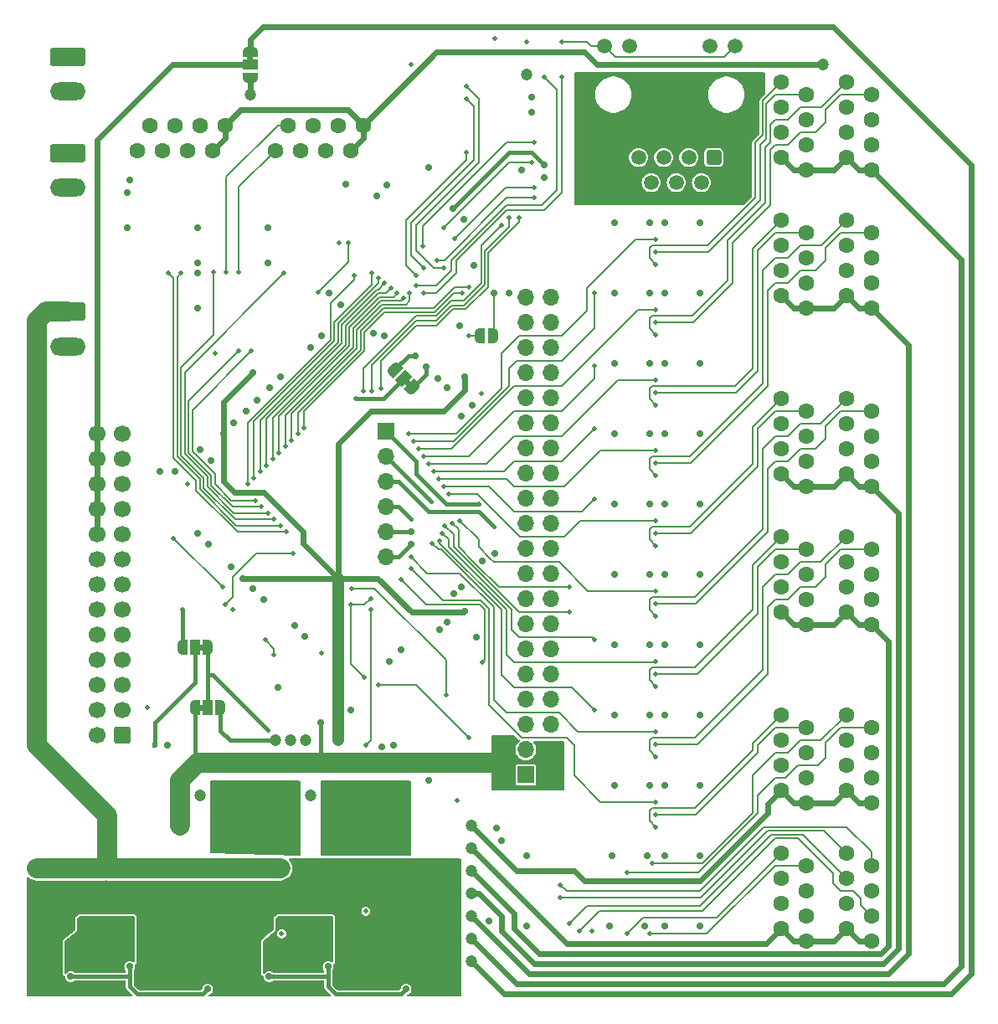
<source format=gbr>
%TF.GenerationSoftware,KiCad,Pcbnew,8.0.5*%
%TF.CreationDate,2025-02-16T21:21:17+01:00*%
%TF.ProjectId,stmbl-fpga-master,73746d62-6c2d-4667-9067-612d6d617374,rev?*%
%TF.SameCoordinates,Original*%
%TF.FileFunction,Copper,L4,Bot*%
%TF.FilePolarity,Positive*%
%FSLAX46Y46*%
G04 Gerber Fmt 4.6, Leading zero omitted, Abs format (unit mm)*
G04 Created by KiCad (PCBNEW 8.0.5) date 2025-02-16 21:21:17*
%MOMM*%
%LPD*%
G01*
G04 APERTURE LIST*
G04 Aperture macros list*
%AMRoundRect*
0 Rectangle with rounded corners*
0 $1 Rounding radius*
0 $2 $3 $4 $5 $6 $7 $8 $9 X,Y pos of 4 corners*
0 Add a 4 corners polygon primitive as box body*
4,1,4,$2,$3,$4,$5,$6,$7,$8,$9,$2,$3,0*
0 Add four circle primitives for the rounded corners*
1,1,$1+$1,$2,$3*
1,1,$1+$1,$4,$5*
1,1,$1+$1,$6,$7*
1,1,$1+$1,$8,$9*
0 Add four rect primitives between the rounded corners*
20,1,$1+$1,$2,$3,$4,$5,0*
20,1,$1+$1,$4,$5,$6,$7,0*
20,1,$1+$1,$6,$7,$8,$9,0*
20,1,$1+$1,$8,$9,$2,$3,0*%
%AMRotRect*
0 Rectangle, with rotation*
0 The origin of the aperture is its center*
0 $1 length*
0 $2 width*
0 $3 Rotation angle, in degrees counterclockwise*
0 Add horizontal line*
21,1,$1,$2,0,0,$3*%
%AMFreePoly0*
4,1,19,0.550000,-0.750000,0.000000,-0.750000,0.000000,-0.744912,-0.071157,-0.744911,-0.207708,-0.704816,-0.327430,-0.627875,-0.420627,-0.520320,-0.479746,-0.390866,-0.500000,-0.250000,-0.500000,0.250000,-0.479746,0.390866,-0.420627,0.520320,-0.327430,0.627875,-0.207708,0.704816,-0.071157,0.744911,0.000000,0.744912,0.000000,0.750000,0.550000,0.750000,0.550000,-0.750000,0.550000,-0.750000,
$1*%
%AMFreePoly1*
4,1,19,0.000000,0.744912,0.071157,0.744911,0.207708,0.704816,0.327430,0.627875,0.420627,0.520320,0.479746,0.390866,0.500000,0.250000,0.500000,-0.250000,0.479746,-0.390866,0.420627,-0.520320,0.327430,-0.627875,0.207708,-0.704816,0.071157,-0.744911,0.000000,-0.744912,0.000000,-0.750000,-0.550000,-0.750000,-0.550000,0.750000,0.000000,0.750000,0.000000,0.744912,0.000000,0.744912,
$1*%
%AMFreePoly2*
4,1,19,0.500000,-0.750000,0.000000,-0.750000,0.000000,-0.744911,-0.071157,-0.744911,-0.207708,-0.704816,-0.327430,-0.627875,-0.420627,-0.520320,-0.479746,-0.390866,-0.500000,-0.250000,-0.500000,0.250000,-0.479746,0.390866,-0.420627,0.520320,-0.327430,0.627875,-0.207708,0.704816,-0.071157,0.744911,0.000000,0.744911,0.000000,0.750000,0.500000,0.750000,0.500000,-0.750000,0.500000,-0.750000,
$1*%
%AMFreePoly3*
4,1,19,0.000000,0.744911,0.071157,0.744911,0.207708,0.704816,0.327430,0.627875,0.420627,0.520320,0.479746,0.390866,0.500000,0.250000,0.500000,-0.250000,0.479746,-0.390866,0.420627,-0.520320,0.327430,-0.627875,0.207708,-0.704816,0.071157,-0.744911,0.000000,-0.744911,0.000000,-0.750000,-0.500000,-0.750000,-0.500000,0.750000,0.000000,0.750000,0.000000,0.744911,0.000000,0.744911,
$1*%
G04 Aperture macros list end*
%TA.AperFunction,EtchedComponent*%
%ADD10C,0.000000*%
%TD*%
%TA.AperFunction,ComponentPad*%
%ADD11O,3.600000X1.800000*%
%TD*%
%TA.AperFunction,ComponentPad*%
%ADD12RoundRect,0.250000X-1.550000X0.650000X-1.550000X-0.650000X1.550000X-0.650000X1.550000X0.650000X0*%
%TD*%
%TA.AperFunction,ComponentPad*%
%ADD13C,1.600000*%
%TD*%
%TA.AperFunction,ComponentPad*%
%ADD14RoundRect,0.250000X0.600000X0.600000X-0.600000X0.600000X-0.600000X-0.600000X0.600000X-0.600000X0*%
%TD*%
%TA.AperFunction,ComponentPad*%
%ADD15C,1.700000*%
%TD*%
%TA.AperFunction,ComponentPad*%
%ADD16C,2.500000*%
%TD*%
%TA.AperFunction,ComponentPad*%
%ADD17C,1.500000*%
%TD*%
%TA.AperFunction,ComponentPad*%
%ADD18RoundRect,0.250500X0.499500X0.499500X-0.499500X0.499500X-0.499500X-0.499500X0.499500X-0.499500X0*%
%TD*%
%TA.AperFunction,ComponentPad*%
%ADD19O,1.700000X1.700000*%
%TD*%
%TA.AperFunction,ComponentPad*%
%ADD20R,1.700000X1.700000*%
%TD*%
%TA.AperFunction,SMDPad,CuDef*%
%ADD21FreePoly0,135.000000*%
%TD*%
%TA.AperFunction,SMDPad,CuDef*%
%ADD22RotRect,1.000000X1.500000X135.000000*%
%TD*%
%TA.AperFunction,SMDPad,CuDef*%
%ADD23FreePoly1,135.000000*%
%TD*%
%TA.AperFunction,SMDPad,CuDef*%
%ADD24FreePoly0,180.000000*%
%TD*%
%TA.AperFunction,SMDPad,CuDef*%
%ADD25R,1.000000X1.500000*%
%TD*%
%TA.AperFunction,SMDPad,CuDef*%
%ADD26FreePoly1,180.000000*%
%TD*%
%TA.AperFunction,SMDPad,CuDef*%
%ADD27FreePoly0,0.000000*%
%TD*%
%TA.AperFunction,SMDPad,CuDef*%
%ADD28FreePoly1,0.000000*%
%TD*%
%TA.AperFunction,SMDPad,CuDef*%
%ADD29FreePoly2,180.000000*%
%TD*%
%TA.AperFunction,SMDPad,CuDef*%
%ADD30FreePoly3,180.000000*%
%TD*%
%TA.AperFunction,SMDPad,CuDef*%
%ADD31FreePoly0,270.000000*%
%TD*%
%TA.AperFunction,SMDPad,CuDef*%
%ADD32R,1.500000X1.000000*%
%TD*%
%TA.AperFunction,SMDPad,CuDef*%
%ADD33FreePoly1,270.000000*%
%TD*%
%TA.AperFunction,SMDPad,CuDef*%
%ADD34O,1.700000X1.700000*%
%TD*%
%TA.AperFunction,SMDPad,CuDef*%
%ADD35R,1.700000X1.700000*%
%TD*%
%TA.AperFunction,ViaPad*%
%ADD36C,0.700000*%
%TD*%
%TA.AperFunction,ViaPad*%
%ADD37C,1.200000*%
%TD*%
%TA.AperFunction,ViaPad*%
%ADD38C,0.500000*%
%TD*%
%TA.AperFunction,ViaPad*%
%ADD39C,0.600000*%
%TD*%
%TA.AperFunction,Conductor*%
%ADD40C,0.400000*%
%TD*%
%TA.AperFunction,Conductor*%
%ADD41C,0.200000*%
%TD*%
%TA.AperFunction,Conductor*%
%ADD42C,0.600000*%
%TD*%
%TA.AperFunction,Conductor*%
%ADD43C,1.200000*%
%TD*%
%TA.AperFunction,Conductor*%
%ADD44C,2.000000*%
%TD*%
G04 APERTURE END LIST*
D10*
%TA.AperFunction,EtchedComponent*%
%TO.C,JP1*%
G36*
X69710528Y-67000264D02*
G01*
X69286264Y-67424528D01*
X68932711Y-67070975D01*
X69356975Y-66646711D01*
X69710528Y-67000264D01*
G37*
%TD.AperFunction*%
%TA.AperFunction,EtchedComponent*%
%TO.C,JP42*%
G36*
X48680000Y-94054000D02*
G01*
X48180000Y-94054000D01*
X48180000Y-93454000D01*
X48680000Y-93454000D01*
X48680000Y-94054000D01*
G37*
%TD.AperFunction*%
%TA.AperFunction,EtchedComponent*%
%TO.C,JP41*%
G36*
X48650000Y-100150000D02*
G01*
X48150000Y-100150000D01*
X48150000Y-99550000D01*
X48650000Y-99550000D01*
X48650000Y-100150000D01*
G37*
%TD.AperFunction*%
%TA.AperFunction,EtchedComponent*%
%TO.C,JP43*%
G36*
X53668000Y-34426000D02*
G01*
X53068000Y-34426000D01*
X53068000Y-33926000D01*
X53668000Y-33926000D01*
X53668000Y-34426000D01*
G37*
%TD.AperFunction*%
%TD*%
D11*
%TO.P,J2,2,Pin_2*%
%TO.N,Net-(D101-A)*%
X34932500Y-47250000D03*
D12*
%TO.P,J2,1,Pin_1*%
%TO.N,+24V*%
X34932500Y-43750000D03*
%TD*%
D11*
%TO.P,J1,2,Pin_2*%
%TO.N,GND*%
X34932500Y-63305000D03*
D12*
%TO.P,J1,1,Pin_1*%
%TO.N,+24V*%
X34932500Y-59805000D03*
%TD*%
D13*
%TO.P,J6,D8*%
%TO.N,Net-(F62-Pad2)*%
X109610000Y-59430000D03*
%TO.P,J6,D7*%
X107070000Y-58160000D03*
%TO.P,J6,D6*%
%TO.N,/SSerial 0-11/SSerial 7/B*%
X109610000Y-56890000D03*
%TO.P,J6,D5*%
%TO.N,GND*%
X107070000Y-55620000D03*
%TO.P,J6,D4*%
X109610000Y-54350000D03*
%TO.P,J6,D3*%
%TO.N,/SSerial 0-11/SSerial 7/A*%
X107070000Y-53080000D03*
%TO.P,J6,D2*%
%TO.N,/SSerial 0-11/SSerial 7/Z*%
X109610000Y-51810000D03*
%TO.P,J6,D1*%
%TO.N,/SSerial 0-11/SSerial 7/Y*%
X107070000Y-50540000D03*
%TO.P,J6,C8*%
%TO.N,Net-(F61-Pad2)*%
X109610000Y-45460000D03*
%TO.P,J6,C7*%
X107070000Y-44190000D03*
%TO.P,J6,C6*%
%TO.N,/SSerial 0-11/SSerial 6/B*%
X109610000Y-42920000D03*
%TO.P,J6,C5*%
%TO.N,GND*%
X107070000Y-41650000D03*
%TO.P,J6,C4*%
X109610000Y-40380000D03*
%TO.P,J6,C3*%
%TO.N,/SSerial 0-11/SSerial 6/A*%
X107070000Y-39110000D03*
%TO.P,J6,C2*%
%TO.N,/SSerial 0-11/SSerial 6/Z*%
X109610000Y-37840000D03*
%TO.P,J6,C1*%
%TO.N,/SSerial 0-11/SSerial 6/Y*%
X107070000Y-36570000D03*
%TO.P,J6,B8*%
%TO.N,Net-(F62-Pad2)*%
X116190000Y-59430000D03*
%TO.P,J6,B7*%
X113650000Y-58160000D03*
%TO.P,J6,B6*%
%TO.N,/SSerial 0-11/SSerial 1/B*%
X116190000Y-56890000D03*
%TO.P,J6,B5*%
%TO.N,GND*%
X113650000Y-55620000D03*
%TO.P,J6,B4*%
X116190000Y-54350000D03*
%TO.P,J6,B3*%
%TO.N,/SSerial 0-11/SSerial 1/A*%
X113650000Y-53080000D03*
%TO.P,J6,B2*%
%TO.N,/SSerial 0-11/SSerial 1/Z*%
X116190000Y-51810000D03*
%TO.P,J6,B1*%
%TO.N,/SSerial 0-11/SSerial 1/Y*%
X113650000Y-50540000D03*
%TO.P,J6,A8*%
%TO.N,Net-(F61-Pad2)*%
X116190000Y-45460000D03*
%TO.P,J6,A7*%
X113650000Y-44190000D03*
%TO.P,J6,A6*%
%TO.N,/SSerial 0-11/SSerial 0/B*%
X116190000Y-42920000D03*
%TO.P,J6,A5*%
%TO.N,GND*%
X113650000Y-41650000D03*
%TO.P,J6,A4*%
X116190000Y-40380000D03*
%TO.P,J6,A3*%
%TO.N,/SSerial 0-11/SSerial 0/A*%
X113650000Y-39110000D03*
%TO.P,J6,A2*%
%TO.N,/SSerial 0-11/SSerial 0/Z*%
X116190000Y-37840000D03*
%TO.P,J6,A1*%
%TO.N,/SSerial 0-11/SSerial 0/Y*%
X113650000Y-36570000D03*
%TD*%
D14*
%TO.P,J4,1,Pin_1*%
%TO.N,/FPGA Bank 0 1/Parallel expansion port/IO0*%
X40414000Y-102644000D03*
D15*
%TO.P,J4,2,Pin_2*%
%TO.N,/FPGA Bank 0 1/Parallel expansion port/IO1*%
X37874000Y-102644000D03*
%TO.P,J4,3,Pin_3*%
%TO.N,/FPGA Bank 0 1/Parallel expansion port/IO2*%
X40414000Y-100104000D03*
%TO.P,J4,4,Pin_4*%
%TO.N,/FPGA Bank 0 1/Parallel expansion port/IO3*%
X37874000Y-100104000D03*
%TO.P,J4,5,Pin_5*%
%TO.N,/FPGA Bank 0 1/Parallel expansion port/IO4*%
X40414000Y-97564000D03*
%TO.P,J4,6,Pin_6*%
%TO.N,/FPGA Bank 0 1/Parallel expansion port/IO5*%
X37874000Y-97564000D03*
%TO.P,J4,7,Pin_7*%
%TO.N,/FPGA Bank 0 1/Parallel expansion port/IO6*%
X40414000Y-95024000D03*
%TO.P,J4,8,Pin_8*%
%TO.N,/FPGA Bank 0 1/Parallel expansion port/IO7*%
X37874000Y-95024000D03*
%TO.P,J4,9,Pin_9*%
%TO.N,/FPGA Bank 0 1/Parallel expansion port/IO8*%
X40414000Y-92484000D03*
%TO.P,J4,10,Pin_10*%
%TO.N,GND*%
X37874000Y-92484000D03*
%TO.P,J4,11,Pin_11*%
%TO.N,/FPGA Bank 0 1/Parallel expansion port/IO9*%
X40414000Y-89944000D03*
%TO.P,J4,12,Pin_12*%
%TO.N,GND*%
X37874000Y-89944000D03*
%TO.P,J4,13,Pin_13*%
%TO.N,/FPGA Bank 0 1/Parallel expansion port/IO10*%
X40414000Y-87404000D03*
%TO.P,J4,14,Pin_14*%
%TO.N,GND*%
X37874000Y-87404000D03*
%TO.P,J4,15,Pin_15*%
%TO.N,/FPGA Bank 0 1/Parallel expansion port/IO11*%
X40414000Y-84864000D03*
%TO.P,J4,16,Pin_16*%
%TO.N,GND*%
X37874000Y-84864000D03*
%TO.P,J4,17,Pin_17*%
%TO.N,/FPGA Bank 0 1/Parallel expansion port/IO12*%
X40414000Y-82324000D03*
%TO.P,J4,18,Pin_18*%
%TO.N,Net-(J4-Pin_18)*%
X37874000Y-82324000D03*
%TO.P,J4,19,Pin_19*%
%TO.N,/FPGA Bank 0 1/Parallel expansion port/IO13*%
X40414000Y-79784000D03*
%TO.P,J4,20,Pin_20*%
%TO.N,Net-(J4-Pin_18)*%
X37874000Y-79784000D03*
%TO.P,J4,21,Pin_21*%
%TO.N,/FPGA Bank 0 1/Parallel expansion port/IO14*%
X40414000Y-77244000D03*
%TO.P,J4,22,Pin_22*%
%TO.N,Net-(J4-Pin_18)*%
X37874000Y-77244000D03*
%TO.P,J4,23,Pin_23*%
%TO.N,/FPGA Bank 0 1/Parallel expansion port/IO15*%
X40414000Y-74704000D03*
%TO.P,J4,24,Pin_24*%
%TO.N,Net-(J4-Pin_18)*%
X37874000Y-74704000D03*
%TO.P,J4,25,Pin_25*%
%TO.N,/FPGA Bank 0 1/Parallel expansion port/IO16*%
X40414000Y-72164000D03*
%TO.P,J4,26,Pin_26*%
%TO.N,Net-(J4-Pin_18)*%
X37874000Y-72164000D03*
%TD*%
D13*
%TO.P,J9,B8*%
%TO.N,Net-(F9-Pad2)*%
X64798000Y-40952000D03*
%TO.P,J9,B7*%
X63528000Y-43492000D03*
%TO.P,J9,B6*%
%TO.N,/SSerial 12-13/SSerial 13/B*%
X62258000Y-40952000D03*
%TO.P,J9,B5*%
%TO.N,GND*%
X60988000Y-43492000D03*
%TO.P,J9,B4*%
X59718000Y-40952000D03*
%TO.P,J9,B3*%
%TO.N,/SSerial 12-13/SSerial 13/A*%
X58448000Y-43492000D03*
%TO.P,J9,B2*%
%TO.N,/SSerial 12-13/SSerial 13/Z*%
X57178000Y-40952000D03*
%TO.P,J9,B1*%
%TO.N,/SSerial 12-13/SSerial 13/Y*%
X55908000Y-43492000D03*
%TO.P,J9,A8*%
%TO.N,Net-(F9-Pad2)*%
X50828000Y-40952000D03*
%TO.P,J9,A7*%
X49558000Y-43492000D03*
%TO.P,J9,A6*%
%TO.N,/SSerial 12-13/SSerial 12/B*%
X48288000Y-40952000D03*
%TO.P,J9,A5*%
%TO.N,GND*%
X47018000Y-43492000D03*
%TO.P,J9,A4*%
X45748000Y-40952000D03*
%TO.P,J9,A3*%
%TO.N,/SSerial 12-13/SSerial 12/A*%
X44478000Y-43492000D03*
%TO.P,J9,A2*%
%TO.N,/SSerial 12-13/SSerial 12/Z*%
X43208000Y-40952000D03*
%TO.P,J9,A1*%
%TO.N,/SSerial 12-13/SSerial 12/Y*%
X41938000Y-43492000D03*
%TD*%
D11*
%TO.P,J3,2,Pin_2*%
%TO.N,Net-(J3-Pin_2)*%
X34932500Y-37500000D03*
D12*
%TO.P,J3,1,Pin_1*%
%TO.N,+24V*%
X34932500Y-34000000D03*
%TD*%
D16*
%TO.P,J5,SH*%
%TO.N,GNDS*%
X88055000Y-40900000D03*
X103545000Y-40900000D03*
D17*
%TO.P,J5,12*%
%TO.N,+3V3*%
X89175000Y-32950000D03*
%TO.P,J5,11*%
%TO.N,Net-(J5-Pad11)*%
X91715000Y-32950000D03*
%TO.P,J5,10*%
%TO.N,Net-(J5-Pad10)*%
X99885000Y-32950000D03*
%TO.P,J5,9*%
%TO.N,+3V3*%
X102425000Y-32950000D03*
%TO.P,J5,8*%
%TO.N,GNDS*%
X91360000Y-46750000D03*
%TO.P,J5,7,NC*%
%TO.N,unconnected-(J5-NC-Pad7)*%
X92620000Y-44210000D03*
%TO.P,J5,6,RD-*%
%TO.N,Net-(J5-RD-)*%
X93900000Y-46750000D03*
%TO.P,J5,5,RCT*%
%TO.N,Net-(J5-RCT)*%
X95160000Y-44210000D03*
%TO.P,J5,4,TCT*%
X96440000Y-46750000D03*
%TO.P,J5,3,RD+*%
%TO.N,Net-(J5-RD+)*%
X97700000Y-44210000D03*
%TO.P,J5,2,TD-*%
%TO.N,Net-(J5-TD-)*%
X98980000Y-46750000D03*
D18*
%TO.P,J5,1,TD+*%
%TO.N,Net-(J5-TD+)*%
X100240000Y-44210000D03*
%TD*%
D19*
%TO.P,U2,40,GPIO21/SCLK1*%
%TO.N,unconnected-(U2-GPIO21{slash}SCLK1-Pad40)*%
X83770000Y-58370000D03*
%TO.P,U2,39,GND*%
%TO.N,GND*%
X81230000Y-58370000D03*
%TO.P,U2,38,GPIO20/MOSI1*%
%TO.N,unconnected-(U2-GPIO20{slash}MOSI1-Pad38)*%
X83770000Y-60910000D03*
%TO.P,U2,37,GPIO26*%
%TO.N,unconnected-(U2-GPIO26-Pad37)*%
X81230000Y-60910000D03*
%TO.P,U2,36,GPIO16*%
%TO.N,unconnected-(U2-GPIO16-Pad36)*%
X83770000Y-63450000D03*
%TO.P,U2,35,GPIO19/MISO1*%
%TO.N,unconnected-(U2-GPIO19{slash}MISO1-Pad35)*%
X81230000Y-63450000D03*
%TO.P,U2,34,GND*%
%TO.N,GND*%
X83770000Y-65990000D03*
%TO.P,U2,33,PWM1/GPIO13*%
%TO.N,unconnected-(U2-PWM1{slash}GPIO13-Pad33)*%
X81230000Y-65990000D03*
%TO.P,U2,32,PWM0/GPIO12*%
%TO.N,unconnected-(U2-PWM0{slash}GPIO12-Pad32)*%
X83770000Y-68530000D03*
%TO.P,U2,31,GCLK2/GPIO6*%
%TO.N,unconnected-(U2-GCLK2{slash}GPIO6-Pad31)*%
X81230000Y-68530000D03*
%TO.P,U2,30,GND*%
%TO.N,GND*%
X83770000Y-71070000D03*
%TO.P,U2,29,GCLK1/GPIO5*%
%TO.N,unconnected-(U2-GCLK1{slash}GPIO5-Pad29)*%
X81230000Y-71070000D03*
%TO.P,U2,28,ID_SC/GPIO1*%
%TO.N,Net-(U2-ID_SC{slash}GPIO1)*%
X83770000Y-73610000D03*
%TO.P,U2,27,ID_SD/GPIO0*%
%TO.N,Net-(U2-ID_SD{slash}GPIO0)*%
X81230000Y-73610000D03*
%TO.P,U2,26,~{CE1}/GPIO7*%
%TO.N,unconnected-(U2-~{CE1}{slash}GPIO7-Pad26)*%
X83770000Y-76150000D03*
%TO.P,U2,25,GND*%
%TO.N,GND*%
X81230000Y-76150000D03*
%TO.P,U2,24,~{CE0}/GPIO8*%
%TO.N,/FPGA Bank 2 3/Raspberry Pi/SPICS*%
X83770000Y-78690000D03*
%TO.P,U2,23,SCLK0/GPIO11*%
%TO.N,/FPGA Bank 2 3/Raspberry Pi/SCLK*%
X81230000Y-78690000D03*
%TO.P,U2,22,GPIO25*%
%TO.N,unconnected-(U2-GPIO25-Pad22)*%
X83770000Y-81230000D03*
%TO.P,U2,21,MISO0/GPIO9*%
%TO.N,/FPGA Bank 2 3/Raspberry Pi/SPIIN*%
X81230000Y-81230000D03*
%TO.P,U2,20,GND*%
%TO.N,GND*%
X83770000Y-83770000D03*
%TO.P,U2,19,MOSI0/GPIO10*%
%TO.N,/FPGA Bank 2 3/Raspberry Pi/SPIOUT*%
X81230000Y-83770000D03*
%TO.P,U2,18,GPIO24*%
%TO.N,unconnected-(U2-GPIO24-Pad18)*%
X83770000Y-86310000D03*
%TO.P,U2,17,3V3*%
%TO.N,Net-(C701-Pad1)*%
X81230000Y-86310000D03*
%TO.P,U2,16,GPIO23*%
%TO.N,unconnected-(U2-GPIO23-Pad16)*%
X83770000Y-88850000D03*
%TO.P,U2,15,GPIO22*%
%TO.N,unconnected-(U2-GPIO22-Pad15)*%
X81230000Y-88850000D03*
%TO.P,U2,14,GND*%
%TO.N,GND*%
X83770000Y-91390000D03*
%TO.P,U2,13,GPIO27*%
%TO.N,unconnected-(U2-GPIO27-Pad13)*%
X81230000Y-91390000D03*
%TO.P,U2,12,GPIO18/PWM0*%
%TO.N,unconnected-(U2-GPIO18{slash}PWM0-Pad12)*%
X83770000Y-93930000D03*
%TO.P,U2,11,GPIO17*%
%TO.N,unconnected-(U2-GPIO17-Pad11)*%
X81230000Y-93930000D03*
%TO.P,U2,10,GPIO15/RXD*%
%TO.N,/FPGA Bank 2 3/Raspberry Pi/RX*%
X83770000Y-96470000D03*
%TO.P,U2,9,GND*%
%TO.N,GND*%
X81230000Y-96470000D03*
%TO.P,U2,8,GPIO14/TXD*%
%TO.N,/FPGA Bank 2 3/Raspberry Pi/TX*%
X83770000Y-99010000D03*
%TO.P,U2,7,GCLK0/GPIO4*%
%TO.N,unconnected-(U2-GCLK0{slash}GPIO4-Pad7)*%
X81230000Y-99010000D03*
%TO.P,U2,6,GND*%
%TO.N,GND*%
X83770000Y-101550000D03*
%TO.P,U2,5,SCL/GPIO3*%
%TO.N,/FPGA Bank 2 3/Raspberry Pi/SCL*%
X81230000Y-101550000D03*
%TO.P,U2,4,5V*%
%TO.N,+5V*%
X83770000Y-104090000D03*
%TO.P,U2,3,SDA/GPIO2*%
%TO.N,/FPGA Bank 2 3/Raspberry Pi/SDA*%
X81230000Y-104090000D03*
%TO.P,U2,2,5V*%
%TO.N,+5V*%
X83770000Y-106630000D03*
D20*
%TO.P,U2,1,3V3*%
%TO.N,Net-(C702-Pad1)*%
X81230000Y-106630000D03*
%TD*%
D13*
%TO.P,J8,D8*%
%TO.N,Net-(F82-Pad2)*%
X109610000Y-123430000D03*
%TO.P,J8,D7*%
X107070000Y-122160000D03*
%TO.P,J8,D6*%
%TO.N,/SSerial 0-11/SSerial 11/B*%
X109610000Y-120890000D03*
%TO.P,J8,D5*%
%TO.N,GND*%
X107070000Y-119620000D03*
%TO.P,J8,D4*%
X109610000Y-118350000D03*
%TO.P,J8,D3*%
%TO.N,/SSerial 0-11/SSerial 11/A*%
X107070000Y-117080000D03*
%TO.P,J8,D2*%
%TO.N,/SSerial 0-11/SSerial 11/Z*%
X109610000Y-115810000D03*
%TO.P,J8,D1*%
%TO.N,/SSerial 0-11/SSerial 11/Y*%
X107070000Y-114540000D03*
%TO.P,J8,C8*%
%TO.N,Net-(F81-Pad2)*%
X109610000Y-109460000D03*
%TO.P,J8,C7*%
X107070000Y-108190000D03*
%TO.P,J8,C6*%
%TO.N,/SSerial 0-11/SSerial 10/B*%
X109610000Y-106920000D03*
%TO.P,J8,C5*%
%TO.N,GND*%
X107070000Y-105650000D03*
%TO.P,J8,C4*%
X109610000Y-104380000D03*
%TO.P,J8,C3*%
%TO.N,/SSerial 0-11/SSerial 10/A*%
X107070000Y-103110000D03*
%TO.P,J8,C2*%
%TO.N,/SSerial 0-11/SSerial 10/Z*%
X109610000Y-101840000D03*
%TO.P,J8,C1*%
%TO.N,/SSerial 0-11/SSerial 10/Y*%
X107070000Y-100570000D03*
%TO.P,J8,B8*%
%TO.N,Net-(F82-Pad2)*%
X116190000Y-123430000D03*
%TO.P,J8,B7*%
X113650000Y-122160000D03*
%TO.P,J8,B6*%
%TO.N,/SSerial 0-11/SSerial 5/B*%
X116190000Y-120890000D03*
%TO.P,J8,B5*%
%TO.N,GND*%
X113650000Y-119620000D03*
%TO.P,J8,B4*%
X116190000Y-118350000D03*
%TO.P,J8,B3*%
%TO.N,/SSerial 0-11/SSerial 5/A*%
X113650000Y-117080000D03*
%TO.P,J8,B2*%
%TO.N,/SSerial 0-11/SSerial 5/Z*%
X116190000Y-115810000D03*
%TO.P,J8,B1*%
%TO.N,/SSerial 0-11/SSerial 5/Y*%
X113650000Y-114540000D03*
%TO.P,J8,A8*%
%TO.N,Net-(F81-Pad2)*%
X116190000Y-109460000D03*
%TO.P,J8,A7*%
X113650000Y-108190000D03*
%TO.P,J8,A6*%
%TO.N,/SSerial 0-11/SSerial 4/B*%
X116190000Y-106920000D03*
%TO.P,J8,A5*%
%TO.N,GND*%
X113650000Y-105650000D03*
%TO.P,J8,A4*%
X116190000Y-104380000D03*
%TO.P,J8,A3*%
%TO.N,/SSerial 0-11/SSerial 4/A*%
X113650000Y-103110000D03*
%TO.P,J8,A2*%
%TO.N,/SSerial 0-11/SSerial 4/Z*%
X116190000Y-101840000D03*
%TO.P,J8,A1*%
%TO.N,/SSerial 0-11/SSerial 4/Y*%
X113650000Y-100570000D03*
%TD*%
%TO.P,J7,D8*%
%TO.N,Net-(F72-Pad2)*%
X109610000Y-91430000D03*
%TO.P,J7,D7*%
X107070000Y-90160000D03*
%TO.P,J7,D6*%
%TO.N,/SSerial 0-11/SSerial 9/B*%
X109610000Y-88890000D03*
%TO.P,J7,D5*%
%TO.N,GND*%
X107070000Y-87620000D03*
%TO.P,J7,D4*%
X109610000Y-86350000D03*
%TO.P,J7,D3*%
%TO.N,/SSerial 0-11/SSerial 9/A*%
X107070000Y-85080000D03*
%TO.P,J7,D2*%
%TO.N,/SSerial 0-11/SSerial 9/Z*%
X109610000Y-83810000D03*
%TO.P,J7,D1*%
%TO.N,/SSerial 0-11/SSerial 9/Y*%
X107070000Y-82540000D03*
%TO.P,J7,C8*%
%TO.N,Net-(F71-Pad2)*%
X109610000Y-77460000D03*
%TO.P,J7,C7*%
X107070000Y-76190000D03*
%TO.P,J7,C6*%
%TO.N,/SSerial 0-11/SSerial 8/B*%
X109610000Y-74920000D03*
%TO.P,J7,C5*%
%TO.N,GND*%
X107070000Y-73650000D03*
%TO.P,J7,C4*%
X109610000Y-72380000D03*
%TO.P,J7,C3*%
%TO.N,/SSerial 0-11/SSerial 8/A*%
X107070000Y-71110000D03*
%TO.P,J7,C2*%
%TO.N,/SSerial 0-11/SSerial 8/Z*%
X109610000Y-69840000D03*
%TO.P,J7,C1*%
%TO.N,/SSerial 0-11/SSerial 8/Y*%
X107070000Y-68570000D03*
%TO.P,J7,B8*%
%TO.N,Net-(F72-Pad2)*%
X116190000Y-91430000D03*
%TO.P,J7,B7*%
X113650000Y-90160000D03*
%TO.P,J7,B6*%
%TO.N,/SSerial 0-11/SSerial 3/B*%
X116190000Y-88890000D03*
%TO.P,J7,B5*%
%TO.N,GND*%
X113650000Y-87620000D03*
%TO.P,J7,B4*%
X116190000Y-86350000D03*
%TO.P,J7,B3*%
%TO.N,/SSerial 0-11/SSerial 3/A*%
X113650000Y-85080000D03*
%TO.P,J7,B2*%
%TO.N,/SSerial 0-11/SSerial 3/Z*%
X116190000Y-83810000D03*
%TO.P,J7,B1*%
%TO.N,/SSerial 0-11/SSerial 3/Y*%
X113650000Y-82540000D03*
%TO.P,J7,A8*%
%TO.N,Net-(F71-Pad2)*%
X116190000Y-77460000D03*
%TO.P,J7,A7*%
X113650000Y-76190000D03*
%TO.P,J7,A6*%
%TO.N,/SSerial 0-11/SSerial 2/B*%
X116190000Y-74920000D03*
%TO.P,J7,A5*%
%TO.N,GND*%
X113650000Y-73650000D03*
%TO.P,J7,A4*%
X116190000Y-72380000D03*
%TO.P,J7,A3*%
%TO.N,/SSerial 0-11/SSerial 2/A*%
X113650000Y-71110000D03*
%TO.P,J7,A2*%
%TO.N,/SSerial 0-11/SSerial 2/Z*%
X116190000Y-69840000D03*
%TO.P,J7,A1*%
%TO.N,/SSerial 0-11/SSerial 2/Y*%
X113650000Y-68570000D03*
%TD*%
D21*
%TO.P,JP1,1,A*%
%TO.N,+3V3*%
X69781239Y-67495239D03*
D22*
%TO.P,JP1,2,C*%
%TO.N,/FPGA Bank 2 3/HSWAPEN*%
X68862000Y-66576000D03*
D23*
%TO.P,JP1,3,B*%
%TO.N,GND*%
X67942761Y-65656761D03*
%TD*%
D24*
%TO.P,JP42,1,A*%
%TO.N,Net-(JP41-C)*%
X49080000Y-93754000D03*
D25*
%TO.P,JP42,2,C*%
%TO.N,Net-(JP42-C)*%
X47780000Y-93754000D03*
D26*
%TO.P,JP42,3,B*%
%TO.N,GND*%
X46480000Y-93754000D03*
%TD*%
D27*
%TO.P,JP41,1,A*%
%TO.N,+5V*%
X47750000Y-99850000D03*
D25*
%TO.P,JP41,2,C*%
%TO.N,Net-(JP41-C)*%
X49050000Y-99850000D03*
D28*
%TO.P,JP41,3,B*%
%TO.N,+3V3*%
X50350000Y-99850000D03*
%TD*%
D29*
%TO.P,JP2,1,A*%
%TO.N,GND*%
X77894000Y-62258000D03*
D30*
%TO.P,JP2,2,B*%
%TO.N,Net-(JP2-B)*%
X76594000Y-62258000D03*
%TD*%
D31*
%TO.P,JP43,1,A*%
%TO.N,Net-(JP43-A)*%
X53368000Y-33526000D03*
D32*
%TO.P,JP43,2,C*%
%TO.N,Net-(J4-Pin_18)*%
X53368000Y-34826000D03*
D33*
%TO.P,JP43,3,B*%
%TO.N,GND*%
X53368000Y-36126000D03*
%TD*%
D34*
%TO.P,J10,6,Pin_6*%
%TO.N,+3V3*%
X67084000Y-84610000D03*
%TO.P,J10,5,Pin_5*%
%TO.N,GND*%
X67084000Y-82070000D03*
%TO.P,J10,4,Pin_4*%
%TO.N,Net-(J10-Pin_4)*%
X67084000Y-79530000D03*
%TO.P,J10,3,Pin_3*%
%TO.N,Net-(J10-Pin_3)*%
X67084000Y-76989999D03*
%TO.P,J10,2,Pin_2*%
%TO.N,Net-(J10-Pin_2)*%
X67084000Y-74450000D03*
D35*
%TO.P,J10,1,Pin_1*%
%TO.N,Net-(J10-Pin_1)*%
X67084000Y-71910000D03*
%TD*%
D36*
%TO.N,+3V3*%
X71402000Y-45240000D03*
D37*
%TO.N,GND*%
X81308000Y-35842000D03*
X64544000Y-126012000D03*
D38*
X42954000Y-99850000D03*
D36*
X78006000Y-57940000D03*
D37*
X51844000Y-123218000D03*
D36*
X95278000Y-79276000D03*
D37*
X53368000Y-126266000D03*
D38*
X51590000Y-89944000D03*
D36*
X66957000Y-62258000D03*
D37*
X42954000Y-124488000D03*
D36*
X78260000Y-112042000D03*
D37*
X44478000Y-124488000D03*
D36*
X90198000Y-107724000D03*
D37*
X31778000Y-123218000D03*
D36*
X72372231Y-66585667D03*
D37*
X53368000Y-37874000D03*
D36*
X95278000Y-72164000D03*
D37*
X63020000Y-127536000D03*
D36*
X77498000Y-121440000D03*
X67214739Y-47032954D03*
D37*
X53368000Y-127790000D03*
D36*
X89690000Y-121948000D03*
X60607000Y-62258000D03*
X56387375Y-66406062D03*
X90198000Y-65052000D03*
D37*
X63020000Y-124488000D03*
D36*
X90198000Y-93500000D03*
D37*
X33302000Y-123218000D03*
D36*
X95278000Y-50828000D03*
X90198000Y-79276000D03*
D37*
X31778000Y-127790000D03*
D36*
X41176000Y-46510000D03*
D37*
X31778000Y-124742000D03*
X64544000Y-124488000D03*
D36*
X78768000Y-113312000D03*
X56162000Y-97818000D03*
X95278000Y-100612000D03*
X58901846Y-92628410D03*
X95278000Y-107724000D03*
D37*
X51844000Y-124742000D03*
X51844000Y-126266000D03*
D36*
X52974877Y-69818559D03*
D37*
X51844000Y-127790000D03*
X42954000Y-122964000D03*
D36*
X51717000Y-71021000D03*
D38*
X46510000Y-89944000D03*
D37*
X48288000Y-108740000D03*
D36*
X95278000Y-114836000D03*
X67846000Y-103660000D03*
X80800000Y-45494000D03*
X76015390Y-55115185D03*
X95278000Y-121948000D03*
D37*
X31778000Y-126266000D03*
D36*
X76228000Y-92738000D03*
X48034000Y-54892000D03*
X51463000Y-85626000D03*
X95278000Y-86388000D03*
X69624000Y-82070000D03*
D38*
X62385000Y-52860000D03*
D37*
X42954000Y-126012000D03*
D36*
X72545000Y-91976000D03*
X48305144Y-73769872D03*
X78133000Y-84229000D03*
D37*
X44478000Y-122964000D03*
X64544000Y-122964000D03*
D36*
X70037364Y-64250800D03*
X61369000Y-57940000D03*
X74578550Y-61221759D03*
X54765000Y-88928000D03*
X83086000Y-46256000D03*
D37*
X53368000Y-123218000D03*
D36*
X74704000Y-87658000D03*
D37*
X44478000Y-126012000D03*
X63020000Y-122964000D03*
D36*
X95278000Y-57940000D03*
D38*
X49812000Y-64036000D03*
D36*
X90198000Y-72164000D03*
X90198000Y-100612000D03*
D37*
X54384000Y-121948000D03*
D36*
X90198000Y-57940000D03*
X95278000Y-93500000D03*
X74937760Y-50445451D03*
X95278000Y-65052000D03*
D37*
X59464000Y-108740000D03*
D36*
X75784728Y-69279744D03*
X68608000Y-94008000D03*
X55146000Y-54892000D03*
X90198000Y-50828000D03*
D37*
X59972000Y-128425000D03*
X33302000Y-124742000D03*
D36*
X90198000Y-86388000D03*
D37*
X53368000Y-124742000D03*
D36*
X63528000Y-100104000D03*
D37*
X42954000Y-127536000D03*
D36*
X44986000Y-103660000D03*
D37*
X33302000Y-127790000D03*
X33302000Y-126266000D03*
X34318000Y-121948000D03*
D38*
X69624000Y-34826000D03*
D36*
X48034000Y-82197000D03*
X40922000Y-51336000D03*
X81816000Y-39652000D03*
X63020000Y-46891000D03*
D37*
X44478000Y-127536000D03*
D36*
X89944000Y-114836000D03*
X44224000Y-75974000D03*
D37*
X64544000Y-127536000D03*
X63020000Y-126012000D03*
D36*
X48034000Y-59464000D03*
D37*
X39906000Y-128425000D03*
%TO.N,+1V2*%
X66068000Y-111788000D03*
X66068000Y-110264000D03*
D36*
X75066307Y-90113938D03*
D37*
X62258000Y-103152000D03*
X64544000Y-110264000D03*
X66068000Y-113312000D03*
D36*
X52606000Y-86769000D03*
X53622000Y-65941000D03*
D37*
X64544000Y-108740000D03*
X64544000Y-113312000D03*
D36*
X50640011Y-72153426D03*
D37*
X66068000Y-108740000D03*
X64544000Y-111788000D03*
D36*
X75066307Y-66406062D03*
%TO.N,+3V3*%
X57824216Y-91550779D03*
D38*
X76736000Y-68100000D03*
D36*
X93754000Y-93500000D03*
D38*
X47018000Y-77244000D03*
D36*
X98834000Y-107724000D03*
X93754000Y-65052000D03*
D38*
X78133000Y-32159000D03*
D36*
X93246000Y-121948000D03*
D37*
X54892000Y-113312000D03*
D36*
X55309744Y-67483693D03*
X93754000Y-72164000D03*
D37*
X53368000Y-111788000D03*
X58956000Y-103152000D03*
D36*
X66703000Y-103787000D03*
D37*
X57432000Y-103152000D03*
D36*
X98834000Y-114836000D03*
D37*
X53368000Y-110264000D03*
D36*
X79530000Y-57940000D03*
D38*
X87912000Y-122456000D03*
D36*
X98834000Y-72164000D03*
D37*
X53368000Y-113312000D03*
D36*
X55146000Y-51336000D03*
X98834000Y-50828000D03*
D38*
X60555363Y-94337363D03*
D36*
X74707097Y-70357375D03*
X98834000Y-79276000D03*
X98834000Y-57940000D03*
X93754000Y-79276000D03*
X69624000Y-83340000D03*
X98834000Y-93500000D03*
X71114995Y-65328431D03*
X81308000Y-121948000D03*
X67465000Y-95151000D03*
D38*
X74323000Y-109248000D03*
D36*
X73307000Y-91214000D03*
D37*
X54892000Y-111788000D03*
D36*
X66137108Y-48110585D03*
X81816000Y-38128000D03*
D38*
X81308000Y-32540000D03*
D36*
X93754000Y-50828000D03*
D37*
X54892000Y-110264000D03*
D36*
X81308000Y-114836000D03*
X48034000Y-51336000D03*
X40922000Y-47780000D03*
X62512000Y-59083000D03*
X71402000Y-107216000D03*
X73270256Y-67483693D03*
X54052508Y-68740929D03*
X93500000Y-114836000D03*
X98834000Y-121948000D03*
X98834000Y-86388000D03*
X93754000Y-100612000D03*
X49177000Y-83340000D03*
X53622000Y-87785000D03*
X93754000Y-107724000D03*
D37*
X54892000Y-108740000D03*
D36*
X98834000Y-100612000D03*
X49382775Y-74847503D03*
D38*
X84864000Y-32540000D03*
D36*
X93754000Y-86388000D03*
X73988677Y-88317887D03*
X48034000Y-55908000D03*
X76863000Y-84991000D03*
X98834000Y-65052000D03*
D37*
X55908000Y-103152000D03*
D36*
X59464000Y-63401000D03*
X65814000Y-62004000D03*
X93754000Y-57940000D03*
X45748000Y-75974000D03*
D38*
%TO.N,/FPGA Bank 2 3/HSWAPEN*%
X64036000Y-68608000D03*
%TO.N,/FPGA Bank 0 1/M1*%
X54892000Y-92992000D03*
X55781000Y-94516000D03*
%TO.N,/FPGA Bank 0 1/~{RESET}*%
X63528000Y-89436000D03*
X64925000Y-96802000D03*
X65560000Y-88801000D03*
%TO.N,/FPGA Bank 0 1/GCLK*%
X45621000Y-82705000D03*
X50574000Y-87658000D03*
%TO.N,/FPGA Bank 2 3/LED0*%
X64798000Y-67846000D03*
X78768000Y-51082000D03*
%TO.N,/FPGA Bank 2 3/LED1*%
X65687000Y-67846000D03*
X79530000Y-50320000D03*
%TO.N,/FPGA Bank 2 3/LED2*%
X80546000Y-50320000D03*
X66576000Y-67592000D03*
%TO.N,/FPGA Bank 2 3/TX6*%
X88166000Y-57940000D03*
X69878000Y-72926000D03*
%TO.N,/FPGA Bank 2 3/TX2*%
X72799000Y-82197000D03*
X88166000Y-92992000D03*
%TO.N,/FPGA Bank 2 3/TX9*%
X71783000Y-83213000D03*
X88166000Y-100104000D03*
%TO.N,/FPGA Bank 2 3/TX3*%
X85626000Y-87658000D03*
X73815000Y-81181000D03*
%TO.N,/FPGA Bank 2 3/TX7*%
X71910000Y-75974000D03*
X88166000Y-71656000D03*
%TO.N,/FPGA Bank 2 3/EXT_PWR*%
X65052000Y-103660000D03*
X65560000Y-89944000D03*
X56543000Y-122710000D03*
X65052000Y-120424000D03*
D37*
%TO.N,+5V*%
X46256000Y-110264000D03*
X78768000Y-103914000D03*
D36*
X60480000Y-101374000D03*
X35207000Y-127028000D03*
D37*
X78768000Y-106962000D03*
X46256000Y-111788000D03*
D36*
X41176000Y-126012000D03*
D37*
X46256000Y-108740000D03*
X78768000Y-105438000D03*
D36*
X49050000Y-128298000D03*
D38*
%TO.N,/FPGA Bank 2 3/RX4*%
X73053000Y-81435000D03*
X85626000Y-90198000D03*
%TO.N,/FPGA Bank 2 3/TX12*%
X46383000Y-55908000D03*
X56416000Y-81435000D03*
%TO.N,/FPGA Bank 2 3/TX13*%
X53876000Y-78895000D03*
X53495000Y-63782000D03*
%TO.N,/FPGA Bank 2 3/RX10*%
X94389000Y-109375000D03*
X69624000Y-85753000D03*
D37*
%TO.N,+24V*%
X31778000Y-116106000D03*
X33302000Y-116106000D03*
X34826000Y-116106000D03*
X36350000Y-116106000D03*
X56416000Y-116106000D03*
X53368000Y-116106000D03*
X54892000Y-116106000D03*
X51844000Y-116106000D03*
D36*
%TO.N,+5VP*%
X61242000Y-126012000D03*
X69116000Y-128298000D03*
X55273000Y-127028000D03*
D38*
%TO.N,/FPGA Bank 2 3/RX8*%
X73434000Y-78260000D03*
X94389000Y-80927000D03*
%TO.N,/FPGA Bank 2 3/RX12*%
X49685000Y-55781000D03*
X55781000Y-80800000D03*
%TO.N,/FPGA Bank 2 3/RX1*%
X94389000Y-73815000D03*
X72418000Y-76736000D03*
%TO.N,/FPGA Misc/DONE*%
X66322000Y-97564000D03*
X75466000Y-102898000D03*
%TO.N,/FPGA Bank 0 1/~{INIT}*%
X73180000Y-98580000D03*
X63655000Y-87785000D03*
%TO.N,/FPGA Bank 2 3/RX6*%
X69370000Y-72164000D03*
X94389000Y-52479000D03*
%TO.N,/FPGA Bank 2 3/RX13*%
X56797000Y-55908000D03*
X55146000Y-80165000D03*
%TO.N,/FPGA Bank 2 3/TX13EN*%
X52225000Y-63782000D03*
X54511000Y-79530000D03*
%TO.N,/FPGA Bank 2 3/TX1*%
X88166000Y-78768000D03*
X72926000Y-77498000D03*
%TO.N,/FPGA Bank 2 3/RX2*%
X74577000Y-80927000D03*
X94389000Y-88039000D03*
%TO.N,/FPGA Bank 2 3/RX3*%
X69624000Y-84610000D03*
X94389000Y-102263000D03*
%TO.N,/FPGA Bank 2 3/RX7*%
X94389000Y-66703000D03*
X71402000Y-75212000D03*
%TO.N,/FPGA Bank 2 3/RX9*%
X72545000Y-82959000D03*
X94389000Y-95151000D03*
%TO.N,/SSerial 0-11/SSerial 7/Z*%
X94389000Y-67973000D03*
%TO.N,/SSerial 0-11/SSerial 6/Y*%
X94389000Y-55019000D03*
%TO.N,/SSerial 0-11/SSerial 0/Y*%
X94389000Y-62131000D03*
%TO.N,/SSerial 0-11/SSerial 7/Y*%
X94389000Y-69243000D03*
%TO.N,/SSerial 0-11/SSerial 0/Z*%
X94389000Y-60861000D03*
%TO.N,/SSerial 0-11/SSerial 6/Z*%
X94389000Y-53749000D03*
%TO.N,/SSerial 0-11/SSerial 1/Z*%
X94389000Y-75085000D03*
%TO.N,/SSerial 0-11/SSerial 1/Y*%
X94389000Y-76355000D03*
%TO.N,/SSerial 0-11/SSerial 2/Y*%
X94389000Y-90579000D03*
%TO.N,/SSerial 0-11/SSerial 3/Y*%
X94389000Y-104803000D03*
%TO.N,/SSerial 0-11/SSerial 9/Y*%
X94389000Y-97691000D03*
%TO.N,/SSerial 0-11/SSerial 2/Z*%
X94389000Y-89309000D03*
%TO.N,/SSerial 0-11/SSerial 3/Z*%
X94389000Y-103533000D03*
%TO.N,/SSerial 0-11/SSerial 8/Z*%
X94389000Y-82197000D03*
%TO.N,/SSerial 0-11/SSerial 9/Z*%
X94389000Y-96421000D03*
%TO.N,/SSerial 0-11/SSerial 8/Y*%
X94389000Y-83467000D03*
%TO.N,/SSerial 0-11/SSerial 5/Y*%
X84737000Y-119027000D03*
%TO.N,/SSerial 0-11/SSerial 10/Y*%
X94389000Y-111915000D03*
%TO.N,/SSerial 0-11/SSerial 11/Z*%
X93754000Y-122710000D03*
%TO.N,/SSerial 0-11/SSerial 4/Y*%
X94008000Y-115598000D03*
%TO.N,/SSerial 0-11/SSerial 4/Z*%
X91468000Y-116487000D03*
%TO.N,/SSerial 0-11/SSerial 5/B*%
X86642000Y-122456000D03*
%TO.N,/SSerial 0-11/SSerial 5/Z*%
X84737000Y-117757000D03*
%TO.N,/SSerial 0-11/SSerial 5/A*%
X85626000Y-121694000D03*
%TO.N,/SSerial 0-11/SSerial 11/Y*%
X91468000Y-122710000D03*
%TO.N,/SSerial 0-11/SSerial 10/Z*%
X94389000Y-110645000D03*
%TO.N,/SSerial 12-13/SSerial 13/Z*%
X50955000Y-55781000D03*
%TO.N,/SSerial 12-13/SSerial 13/Y*%
X52225000Y-55781000D03*
%TO.N,/FPGA Bank 0 1/Ethernet/~{RST}*%
X57559000Y-72799000D03*
X69497000Y-57940000D03*
%TO.N,/FPGA Bank 0 1/Ethernet/DIO*%
X75212000Y-43716000D03*
X70132000Y-56162000D03*
%TO.N,/FPGA Bank 0 1/Ethernet/SD15*%
X56289000Y-74069000D03*
X68227000Y-57940000D03*
%TO.N,/FPGA Bank 0 1/Ethernet/SD13*%
X55019000Y-75339000D03*
X66957000Y-56924000D03*
%TO.N,/FPGA Bank 0 1/Ethernet/SD11*%
X65687000Y-55908000D03*
X53749000Y-76609000D03*
%TO.N,/FPGA Bank 0 1/Ethernet/SD12*%
X54384000Y-75974000D03*
X66322000Y-56416000D03*
%TO.N,/FPGA Bank 0 1/Ethernet/SD14*%
X67592000Y-57432000D03*
X55654000Y-74704000D03*
%TO.N,/FPGA Bank 0 1/Ethernet/SD10*%
X53114000Y-77244000D03*
X63909000Y-56162000D03*
%TO.N,/FPGA Bank 0 1/Ethernet/SD8*%
X63274000Y-52860000D03*
X60226000Y-57813000D03*
%TO.N,/FPGA Bank 0 1/Parallel expansion port/FPGA_IO8*%
X50828000Y-89436000D03*
X57686000Y-84229000D03*
%TO.N,/FPGA Bank 0 1/Ethernet/CMD*%
X74831000Y-57940000D03*
X58829000Y-71529000D03*
%TO.N,/FPGA Bank 2 3/Raspberry Pi/RX*%
X76863000Y-95278000D03*
X68608000Y-86896000D03*
%TO.N,/FPGA Bank 0 1/Ethernet/~{CS}*%
X58194000Y-72164000D03*
X75466000Y-57305000D03*
%TO.N,/FPGA Bank 0 1/Ethernet/CLOCK*%
X68862000Y-58448000D03*
X56924000Y-73434000D03*
%TO.N,/FPGA Bank 0 1/Ethernet/CS*%
X75212000Y-36985000D03*
X72926000Y-55400000D03*
%TO.N,/FPGA Bank 0 1/Ethernet/SCLK*%
X70894000Y-55400000D03*
X75212000Y-38255000D03*
%TO.N,/FPGA Bank 2 3/RX0*%
X94389000Y-59591000D03*
X70386000Y-73688000D03*
%TO.N,/FPGA Bank 2 3/TX12EN*%
X57051000Y-82070000D03*
X45113000Y-55908000D03*
%TO.N,/FPGA Bank 2 3/TX0*%
X88166000Y-65306000D03*
X70894000Y-74450000D03*
D36*
%TO.N,Net-(J5-RCT)*%
X83086000Y-44986000D03*
X73850936Y-49358628D03*
D37*
%TO.N,Net-(JP43-A)*%
X75720000Y-125504000D03*
%TO.N,Net-(F9-Pad2)*%
X111280000Y-34826000D03*
%TO.N,Net-(F61-Pad2)*%
X75720000Y-123218000D03*
%TO.N,Net-(F62-Pad2)*%
X75720000Y-120932000D03*
%TO.N,Net-(F71-Pad2)*%
X75720000Y-118646000D03*
%TO.N,Net-(F72-Pad2)*%
X75720000Y-116360000D03*
%TO.N,Net-(F81-Pad2)*%
X75720000Y-111788000D03*
%TO.N,Net-(F82-Pad2)*%
X75720000Y-114074000D03*
D38*
%TO.N,Net-(J5-RD+)*%
X82070000Y-48288000D03*
X72243683Y-54576369D03*
%TO.N,Net-(J5-RD-)*%
X74039733Y-52421108D03*
X82070000Y-47272000D03*
%TO.N,Net-(J5-TD-)*%
X81816000Y-44732000D03*
X72962102Y-51343477D03*
%TO.N,Net-(J5-TD+)*%
X82070000Y-42700000D03*
X70806842Y-53139528D03*
%TO.N,Net-(J10-Pin_1)*%
X76482000Y-79276000D03*
%TO.N,Net-(J10-Pin_3)*%
X78006000Y-81562000D03*
%TO.N,Net-(J10-Pin_2)*%
X71656000Y-79022000D03*
%TO.N,Net-(J10-Pin_4)*%
X69624000Y-80800000D03*
%TO.N,Net-(JP2-B)*%
X75466000Y-62258000D03*
%TO.N,Net-(JP41-C)*%
X55146000Y-102136000D03*
D39*
%TO.N,Net-(JP42-C)*%
X43716000Y-103660000D03*
%TO.N,Net-(U201-AGND)*%
X35715000Y-126012000D03*
X39906000Y-124488000D03*
X39906000Y-123726000D03*
X39906000Y-122964000D03*
X34953000Y-126012000D03*
X36477000Y-126012000D03*
%TO.N,Net-(U202-AGND)*%
X56543000Y-126012000D03*
X59972000Y-123726000D03*
X59972000Y-124488000D03*
X59972000Y-122964000D03*
X55019000Y-126012000D03*
X55781000Y-126012000D03*
D38*
%TO.N,Net-(U601-P1LED0)*%
X84864000Y-36096000D03*
X70894000Y-57940000D03*
%TO.N,Net-(U601-P1LED1)*%
X83086000Y-36096000D03*
X70132000Y-57178000D03*
%TD*%
D40*
%TO.N,GND*%
X67942761Y-65656761D02*
X69348722Y-64250800D01*
X46510000Y-93724000D02*
X46510000Y-89944000D01*
X46480000Y-93754000D02*
X46510000Y-93724000D01*
D41*
X78006000Y-62146000D02*
X78006000Y-57940000D01*
X77894000Y-62258000D02*
X78006000Y-62146000D01*
D40*
X67084000Y-82070000D02*
X69624000Y-82070000D01*
D42*
X53368000Y-36126000D02*
X53368000Y-37874000D01*
D40*
X69348722Y-64250800D02*
X70037364Y-64250800D01*
D42*
%TO.N,+1V2*%
X62258000Y-86769000D02*
X66279062Y-86769000D01*
X54701500Y-78069500D02*
X51780500Y-78069500D01*
X62258000Y-86769000D02*
X58702000Y-83213000D01*
X50640011Y-69279744D02*
X50640011Y-68922989D01*
X50640011Y-68922989D02*
X53622000Y-65941000D01*
X75066307Y-67737693D02*
X72926000Y-69878000D01*
X65560000Y-69878000D02*
X62258000Y-73180000D01*
X58702000Y-83213000D02*
X58702000Y-82070000D01*
X62258000Y-73180000D02*
X62258000Y-86769000D01*
X58702000Y-82070000D02*
X54701500Y-78069500D01*
X72926000Y-69878000D02*
X65560000Y-69878000D01*
X74982245Y-90198000D02*
X75066307Y-90113938D01*
D43*
X62258000Y-103152000D02*
X62258000Y-86769000D01*
D42*
X69708062Y-90198000D02*
X74982245Y-90198000D01*
X50640011Y-76929011D02*
X50640011Y-72153426D01*
X52606000Y-86769000D02*
X62258000Y-86769000D01*
X50640011Y-72153426D02*
X50640011Y-69279744D01*
X51780500Y-78069500D02*
X50640011Y-76929011D01*
X66279062Y-86769000D02*
X69708062Y-90198000D01*
X75066307Y-66406062D02*
X75066307Y-67737693D01*
D40*
%TO.N,+3V3*%
X69781239Y-67495239D02*
X71114995Y-66161483D01*
D41*
X102425000Y-32950000D02*
X101311000Y-34064000D01*
X87814000Y-32950000D02*
X87404000Y-32540000D01*
D40*
X68354000Y-84610000D02*
X69624000Y-83340000D01*
D41*
X87404000Y-32540000D02*
X84864000Y-32540000D01*
D40*
X50350000Y-99850000D02*
X50350000Y-102166000D01*
X50350000Y-102166000D02*
X51336000Y-103152000D01*
X67084000Y-84610000D02*
X68354000Y-84610000D01*
X71114995Y-66161483D02*
X71114995Y-65328431D01*
D41*
X89175000Y-32950000D02*
X87814000Y-32950000D01*
D40*
X51336000Y-103152000D02*
X55908000Y-103152000D01*
D41*
X101311000Y-34064000D02*
X90289000Y-34064000D01*
X90289000Y-34064000D02*
X89175000Y-32950000D01*
D40*
%TO.N,/FPGA Bank 2 3/HSWAPEN*%
X66830000Y-68608000D02*
X64036000Y-68608000D01*
X68862000Y-66576000D02*
X66830000Y-68608000D01*
D41*
%TO.N,/FPGA Bank 0 1/M1*%
X55781000Y-94516000D02*
X55781000Y-93881000D01*
X55781000Y-93881000D02*
X54892000Y-92992000D01*
%TO.N,/FPGA Bank 0 1/~{RESET}*%
X63528000Y-95151000D02*
X63528000Y-89436000D01*
X63528000Y-95405000D02*
X63528000Y-95151000D01*
X64925000Y-89436000D02*
X65560000Y-88801000D01*
X63528000Y-89436000D02*
X64925000Y-89436000D01*
X64925000Y-96802000D02*
X63528000Y-95405000D01*
%TO.N,/FPGA Bank 0 1/GCLK*%
X50574000Y-87658000D02*
X45621000Y-82705000D01*
%TO.N,/FPGA Bank 2 3/LED0*%
X64798000Y-67846000D02*
X64798000Y-65560000D01*
X64798000Y-65560000D02*
X70132000Y-60226000D01*
X73688000Y-58702000D02*
X74958000Y-58702000D01*
X76736000Y-56924000D02*
X76736000Y-53114000D01*
X76736000Y-53114000D02*
X78768000Y-51082000D01*
X72164000Y-60226000D02*
X73688000Y-58702000D01*
X70132000Y-60226000D02*
X72164000Y-60226000D01*
X74958000Y-58702000D02*
X76736000Y-56924000D01*
%TO.N,/FPGA Bank 2 3/LED1*%
X77063000Y-57105000D02*
X77063000Y-53676000D01*
X70132000Y-60734000D02*
X72164000Y-60734000D01*
X72164000Y-60734000D02*
X73688000Y-59210000D01*
X79530000Y-51209000D02*
X79530000Y-50320000D01*
X65687000Y-67846000D02*
X65687000Y-65179000D01*
X73688000Y-59210000D02*
X74958000Y-59210000D01*
X77063000Y-53676000D02*
X79530000Y-51209000D01*
X74958000Y-59210000D02*
X77063000Y-57105000D01*
X65687000Y-65179000D02*
X70132000Y-60734000D01*
%TO.N,/FPGA Bank 2 3/LED2*%
X73869000Y-59537000D02*
X75139000Y-59537000D01*
X66576000Y-64798000D02*
X70132000Y-61242000D01*
X77390000Y-53857000D02*
X80546000Y-50701000D01*
X80546000Y-50701000D02*
X80546000Y-50320000D01*
X72164000Y-61242000D02*
X73869000Y-59537000D01*
X77390000Y-57286000D02*
X77390000Y-53857000D01*
X66576000Y-67592000D02*
X66576000Y-64798000D01*
X75139000Y-59537000D02*
X77390000Y-57286000D01*
X70132000Y-61242000D02*
X72164000Y-61242000D01*
%TO.N,/FPGA Bank 2 3/TX6*%
X79530000Y-67338000D02*
X79530000Y-65560000D01*
X79530000Y-65560000D02*
X80292000Y-64798000D01*
X73942000Y-72926000D02*
X79530000Y-67338000D01*
X69878000Y-72926000D02*
X73942000Y-72926000D01*
X80292000Y-64798000D02*
X84864000Y-64798000D01*
X88166000Y-61496000D02*
X88166000Y-57940000D01*
X84864000Y-64798000D02*
X88166000Y-61496000D01*
D42*
%TO.N,Net-(J4-Pin_18)*%
X53368000Y-34826000D02*
X45494000Y-34826000D01*
X45494000Y-34826000D02*
X37874000Y-42446000D01*
X37874000Y-74704000D02*
X37874000Y-77244000D01*
X37874000Y-77244000D02*
X37874000Y-79784000D01*
X37874000Y-72164000D02*
X37874000Y-74704000D01*
X37874000Y-79784000D02*
X37874000Y-82324000D01*
X37874000Y-42446000D02*
X37874000Y-72164000D01*
D41*
%TO.N,/FPGA Bank 2 3/TX2*%
X79784000Y-89944000D02*
X73434000Y-83594000D01*
X87912000Y-92738000D02*
X80546000Y-92738000D01*
X73434000Y-83594000D02*
X73434000Y-82832000D01*
X79784000Y-91976000D02*
X79784000Y-89944000D01*
X80546000Y-92738000D02*
X79784000Y-91976000D01*
X73434000Y-82832000D02*
X72799000Y-82197000D01*
X88166000Y-92992000D02*
X87912000Y-92738000D01*
%TO.N,/FPGA Bank 2 3/TX9*%
X88166000Y-100104000D02*
X85880000Y-97818000D01*
X80038000Y-97818000D02*
X78768000Y-96548000D01*
X85880000Y-97818000D02*
X80038000Y-97818000D01*
X78768000Y-96548000D02*
X78768000Y-89944000D01*
X72672000Y-83848000D02*
X72418000Y-83848000D01*
X78768000Y-89944000D02*
X72672000Y-83848000D01*
X72418000Y-83848000D02*
X71783000Y-83213000D01*
%TO.N,/FPGA Bank 2 3/TX3*%
X76101000Y-85245000D02*
X78514000Y-87658000D01*
X74450000Y-83594000D02*
X76101000Y-85245000D01*
X73815000Y-81181000D02*
X74450000Y-81816000D01*
X74450000Y-83467000D02*
X74450000Y-83594000D01*
X85626000Y-87658000D02*
X78514000Y-87658000D01*
X74450000Y-81816000D02*
X74450000Y-83467000D01*
%TO.N,/FPGA Bank 2 3/TX7*%
X80038000Y-74958000D02*
X79022000Y-75974000D01*
X84864000Y-74958000D02*
X80038000Y-74958000D01*
X79022000Y-75974000D02*
X71910000Y-75974000D01*
X88166000Y-71656000D02*
X84864000Y-74958000D01*
%TO.N,/FPGA Bank 2 3/EXT_PWR*%
X65560000Y-89944000D02*
X65560000Y-103152000D01*
X65560000Y-103152000D02*
X65052000Y-103660000D01*
D40*
%TO.N,+5V*%
X47750000Y-105154000D02*
X48034000Y-105438000D01*
X41176000Y-128044000D02*
X41938000Y-128806000D01*
D44*
X46256000Y-108740000D02*
X46256000Y-111788000D01*
D40*
X60480000Y-101374000D02*
X60480000Y-105438000D01*
D44*
X60480000Y-105438000D02*
X48034000Y-105438000D01*
D40*
X41176000Y-126012000D02*
X41176000Y-127028000D01*
X48542000Y-128806000D02*
X49050000Y-128298000D01*
D44*
X48034000Y-105438000D02*
X46256000Y-107216000D01*
D40*
X35207000Y-127028000D02*
X41176000Y-127028000D01*
D44*
X46256000Y-107216000D02*
X46256000Y-108740000D01*
D40*
X41176000Y-127028000D02*
X41176000Y-128044000D01*
D44*
X78768000Y-105438000D02*
X60480000Y-105438000D01*
D40*
X47750000Y-99850000D02*
X47750000Y-105154000D01*
X41938000Y-128806000D02*
X48542000Y-128806000D01*
D41*
%TO.N,/FPGA Bank 2 3/RX4*%
X85626000Y-90198000D02*
X80546000Y-90198000D01*
X80546000Y-90198000D02*
X73942000Y-83594000D01*
X73942000Y-82324000D02*
X73053000Y-81435000D01*
X73942000Y-83594000D02*
X73942000Y-82324000D01*
%TO.N,/FPGA Bank 2 3/TX12*%
X46383000Y-55908000D02*
X46002000Y-56289000D01*
X46002000Y-74450000D02*
X48288000Y-76736000D01*
X46002000Y-56289000D02*
X46002000Y-74450000D01*
X51971000Y-81435000D02*
X56416000Y-81435000D01*
X48288000Y-77752000D02*
X51971000Y-81435000D01*
X48288000Y-76736000D02*
X48288000Y-77752000D01*
%TO.N,/FPGA Bank 2 3/TX13*%
X49812000Y-77244000D02*
X49812000Y-76228000D01*
X49812000Y-76228000D02*
X47526000Y-73942000D01*
X47526000Y-69751000D02*
X53495000Y-63782000D01*
X51463000Y-78895000D02*
X49812000Y-77244000D01*
X47526000Y-73942000D02*
X47526000Y-69751000D01*
X53876000Y-78895000D02*
X51463000Y-78895000D01*
%TO.N,/FPGA Bank 2 3/RX10*%
X77498000Y-99596000D02*
X80800000Y-102898000D01*
X88801000Y-109375000D02*
X94389000Y-109375000D01*
X80800000Y-102898000D02*
X85372000Y-102898000D01*
X85372000Y-102898000D02*
X86134000Y-103660000D01*
X86134000Y-106708000D02*
X88801000Y-109375000D01*
X69624000Y-85753000D02*
X72862500Y-88991500D01*
X77498000Y-89817000D02*
X77498000Y-99596000D01*
X76672500Y-88991500D02*
X77498000Y-89817000D01*
X72862500Y-88991500D02*
X76672500Y-88991500D01*
X86134000Y-103660000D02*
X86134000Y-106708000D01*
D44*
%TO.N,+24V*%
X51844000Y-116106000D02*
X56416000Y-116106000D01*
X32707000Y-59805000D02*
X31778000Y-60734000D01*
X38890000Y-110772000D02*
X38890000Y-116106000D01*
X51844000Y-116106000D02*
X38890000Y-116106000D01*
X38636000Y-116106000D02*
X31778000Y-116106000D01*
X31778000Y-60734000D02*
X31778000Y-103660000D01*
X34932500Y-59805000D02*
X32707000Y-59805000D01*
X31778000Y-103660000D02*
X38890000Y-110772000D01*
D40*
%TO.N,+5VP*%
X62004000Y-128806000D02*
X68608000Y-128806000D01*
X61242000Y-126012000D02*
X61242000Y-127028000D01*
X68608000Y-128806000D02*
X69116000Y-128298000D01*
X61242000Y-128044000D02*
X62004000Y-128806000D01*
X61242000Y-127028000D02*
X61242000Y-128044000D01*
X55273000Y-127028000D02*
X61242000Y-127028000D01*
D41*
%TO.N,/FPGA Bank 2 3/RX8*%
X73434000Y-78260000D02*
X76286244Y-78260000D01*
X94389000Y-80927000D02*
X86769000Y-80927000D01*
X86769000Y-80927000D02*
X85118000Y-82578000D01*
X85118000Y-82578000D02*
X80604244Y-82578000D01*
X76286244Y-78260000D02*
X80604244Y-82578000D01*
%TO.N,/FPGA Bank 2 3/RX12*%
X48669000Y-77625000D02*
X51844000Y-80800000D01*
X49685000Y-55781000D02*
X49685000Y-62131000D01*
X46383000Y-74323000D02*
X48669000Y-76609000D01*
X49685000Y-62131000D02*
X46383000Y-65433000D01*
X51844000Y-80800000D02*
X55781000Y-80800000D01*
X46383000Y-65433000D02*
X46383000Y-74323000D01*
X48669000Y-76609000D02*
X48669000Y-77625000D01*
%TO.N,/FPGA Bank 2 3/RX1*%
X88801000Y-73815000D02*
X85118000Y-77498000D01*
X72418000Y-76736000D02*
X79276000Y-76736000D01*
X79276000Y-76736000D02*
X80038000Y-77498000D01*
X85118000Y-77498000D02*
X80038000Y-77498000D01*
X94389000Y-73815000D02*
X88801000Y-73815000D01*
%TO.N,/FPGA Misc/DONE*%
X70132000Y-97564000D02*
X75466000Y-102898000D01*
X66322000Y-97564000D02*
X70132000Y-97564000D01*
%TO.N,/FPGA Bank 0 1/~{INIT}*%
X63655000Y-87785000D02*
X65941000Y-87785000D01*
X65941000Y-87785000D02*
X73180000Y-95024000D01*
X73180000Y-95024000D02*
X73180000Y-98580000D01*
%TO.N,/FPGA Bank 2 3/RX6*%
X84864000Y-62258000D02*
X80546000Y-62258000D01*
X94389000Y-52479000D02*
X92357000Y-52479000D01*
X78768000Y-67592000D02*
X74196000Y-72164000D01*
X78768000Y-64036000D02*
X78768000Y-67592000D01*
X87404000Y-57432000D02*
X87404000Y-59718000D01*
X80546000Y-62258000D02*
X78768000Y-64036000D01*
X74196000Y-72164000D02*
X69370000Y-72164000D01*
X87404000Y-59718000D02*
X84864000Y-62258000D01*
X92357000Y-52479000D02*
X87404000Y-57432000D01*
%TO.N,/FPGA Bank 2 3/RX13*%
X56797000Y-55908000D02*
X46764000Y-65941000D01*
X46764000Y-74196000D02*
X49050000Y-76482000D01*
X49050000Y-77498000D02*
X51717000Y-80165000D01*
X49050000Y-76482000D02*
X49050000Y-77498000D01*
X46764000Y-65941000D02*
X46764000Y-74196000D01*
X51717000Y-80165000D02*
X55146000Y-80165000D01*
%TO.N,/FPGA Bank 2 3/TX13EN*%
X52225000Y-63782000D02*
X47145000Y-68862000D01*
X47145000Y-68862000D02*
X47145000Y-74069000D01*
X47145000Y-74069000D02*
X49431000Y-76355000D01*
X51590000Y-79530000D02*
X54511000Y-79530000D01*
X49431000Y-76355000D02*
X49431000Y-77371000D01*
X49431000Y-77371000D02*
X51590000Y-79530000D01*
%TO.N,/FPGA Bank 2 3/TX1*%
X77498000Y-77498000D02*
X72926000Y-77498000D01*
X80038000Y-80038000D02*
X77498000Y-77498000D01*
X88166000Y-78768000D02*
X86896000Y-80038000D01*
X86896000Y-80038000D02*
X80038000Y-80038000D01*
%TO.N,/FPGA Bank 2 3/RX2*%
X77625000Y-84737000D02*
X78006000Y-85118000D01*
X88801000Y-88039000D02*
X94389000Y-88039000D01*
X74577000Y-80927000D02*
X76482000Y-82832000D01*
X76482000Y-82832000D02*
X76482000Y-83594000D01*
X78006000Y-85118000D02*
X84610000Y-85118000D01*
X84610000Y-85118000D02*
X87531000Y-88039000D01*
X76482000Y-83594000D02*
X77625000Y-84737000D01*
X87531000Y-88039000D02*
X88801000Y-88039000D01*
%TO.N,/FPGA Bank 2 3/RX3*%
X78006000Y-99088000D02*
X79276000Y-100358000D01*
X86515000Y-102263000D02*
X94389000Y-102263000D01*
X84610000Y-100358000D02*
X86515000Y-102263000D01*
X71275000Y-86261000D02*
X74577000Y-86261000D01*
X79276000Y-100358000D02*
X84610000Y-100358000D01*
X78006000Y-89690000D02*
X78006000Y-99088000D01*
X74577000Y-86261000D02*
X78006000Y-89690000D01*
X69624000Y-84610000D02*
X71275000Y-86261000D01*
%TO.N,/FPGA Bank 2 3/RX7*%
X80038000Y-72418000D02*
X77244000Y-75212000D01*
X94389000Y-66703000D02*
X90579000Y-66703000D01*
X90579000Y-66703000D02*
X84864000Y-72418000D01*
X77244000Y-75212000D02*
X71402000Y-75212000D01*
X84864000Y-72418000D02*
X80038000Y-72418000D01*
%TO.N,/FPGA Bank 2 3/RX9*%
X80038000Y-95278000D02*
X94262000Y-95278000D01*
X94262000Y-95278000D02*
X94389000Y-95151000D01*
X79276000Y-89944000D02*
X72545000Y-83213000D01*
X79276000Y-89944000D02*
X79276000Y-94516000D01*
X72545000Y-83213000D02*
X72545000Y-82959000D01*
X79276000Y-94516000D02*
X80038000Y-95278000D01*
%TO.N,/SSerial 0-11/SSerial 7/Z*%
X104676000Y-65814000D02*
X104676000Y-53588000D01*
X104676000Y-53588000D02*
X106454000Y-51810000D01*
X106454000Y-51810000D02*
X109610000Y-51810000D01*
X102517000Y-67973000D02*
X104676000Y-65814000D01*
X94389000Y-67973000D02*
X102517000Y-67973000D01*
%TO.N,/SSerial 0-11/SSerial 6/Y*%
X93754000Y-53368000D02*
X93754000Y-54384000D01*
X94008000Y-53114000D02*
X93754000Y-53368000D01*
X107070000Y-36570000D02*
X105184000Y-38456000D01*
X99596000Y-53114000D02*
X94008000Y-53114000D01*
X93754000Y-54384000D02*
X94389000Y-55019000D01*
X104422000Y-42700000D02*
X104422000Y-48288000D01*
X105184000Y-41938000D02*
X104422000Y-42700000D01*
X105184000Y-38456000D02*
X105184000Y-41938000D01*
X104422000Y-48288000D02*
X99596000Y-53114000D01*
%TO.N,/SSerial 0-11/SSerial 0/Y*%
X93754000Y-60480000D02*
X93754000Y-61496000D01*
X105438000Y-43208000D02*
X105438000Y-48796000D01*
X98072000Y-60226000D02*
X94008000Y-60226000D01*
X105946000Y-42700000D02*
X105438000Y-43208000D01*
X106454000Y-40414000D02*
X105946000Y-40922000D01*
X93754000Y-61496000D02*
X94389000Y-62131000D01*
X101628000Y-52606000D02*
X101628000Y-56670000D01*
X107724000Y-40414000D02*
X106454000Y-40414000D01*
X108994000Y-39144000D02*
X107724000Y-40414000D01*
X113650000Y-36570000D02*
X111076000Y-39144000D01*
X105438000Y-48796000D02*
X101628000Y-52606000D01*
X94008000Y-60226000D02*
X93754000Y-60480000D01*
X111076000Y-39144000D02*
X108994000Y-39144000D01*
X101628000Y-56670000D02*
X98072000Y-60226000D01*
X105946000Y-40922000D02*
X105946000Y-42700000D01*
%TO.N,/SSerial 0-11/SSerial 7/Y*%
X93754000Y-67592000D02*
X94008000Y-67338000D01*
X104168000Y-65560000D02*
X104168000Y-53442000D01*
X94008000Y-67338000D02*
X102390000Y-67338000D01*
X94389000Y-69243000D02*
X93754000Y-68608000D01*
X102390000Y-67338000D02*
X104168000Y-65560000D01*
X93754000Y-68608000D02*
X93754000Y-67592000D01*
X104168000Y-53442000D02*
X107070000Y-50540000D01*
%TO.N,/SSerial 0-11/SSerial 0/Z*%
X111534000Y-39398000D02*
X111534000Y-40668000D01*
X105946000Y-43462000D02*
X105946000Y-49050000D01*
X116190000Y-37840000D02*
X113092000Y-37840000D01*
X113092000Y-37840000D02*
X111534000Y-39398000D01*
X106454000Y-42954000D02*
X105946000Y-43462000D01*
X111534000Y-40668000D02*
X110518000Y-41684000D01*
X98199000Y-60861000D02*
X94389000Y-60861000D01*
X108994000Y-41684000D02*
X107724000Y-42954000D01*
X105946000Y-49050000D02*
X102136000Y-52860000D01*
X102136000Y-52860000D02*
X102136000Y-56924000D01*
X107724000Y-42954000D02*
X106454000Y-42954000D01*
X110518000Y-41684000D02*
X108994000Y-41684000D01*
X102136000Y-56924000D02*
X98199000Y-60861000D01*
%TO.N,/SSerial 0-11/SSerial 6/Z*%
X105565000Y-42319000D02*
X104930000Y-42954000D01*
X109610000Y-37840000D02*
X106488000Y-37840000D01*
X104930000Y-48542000D02*
X99723000Y-53749000D01*
X106488000Y-37840000D02*
X105565000Y-38763000D01*
X104930000Y-42954000D02*
X104930000Y-48542000D01*
X99723000Y-53749000D02*
X94389000Y-53749000D01*
X105565000Y-38763000D02*
X105565000Y-42319000D01*
%TO.N,/SSerial 0-11/SSerial 1/Z*%
X105692000Y-67338000D02*
X105692000Y-57686000D01*
X110518000Y-55654000D02*
X111534000Y-54638000D01*
X105692000Y-57686000D02*
X106454000Y-56924000D01*
X113092000Y-51810000D02*
X116190000Y-51810000D01*
X107724000Y-56924000D02*
X108994000Y-55654000D01*
X111534000Y-53368000D02*
X113092000Y-51810000D01*
X106454000Y-56924000D02*
X107724000Y-56924000D01*
X111534000Y-54638000D02*
X111534000Y-53368000D01*
X97945000Y-75085000D02*
X105692000Y-67338000D01*
X108994000Y-55654000D02*
X110518000Y-55654000D01*
X94389000Y-75085000D02*
X97945000Y-75085000D01*
%TO.N,/SSerial 0-11/SSerial 1/Y*%
X107724000Y-54384000D02*
X108994000Y-53114000D01*
X105184000Y-67084000D02*
X105184000Y-55654000D01*
X108994000Y-53114000D02*
X111076000Y-53114000D01*
X105184000Y-55654000D02*
X106454000Y-54384000D01*
X94389000Y-76355000D02*
X93754000Y-75720000D01*
X93754000Y-75720000D02*
X93754000Y-74704000D01*
X97818000Y-74450000D02*
X105184000Y-67084000D01*
X106454000Y-54384000D02*
X107724000Y-54384000D01*
X94008000Y-74450000D02*
X97818000Y-74450000D01*
X111076000Y-53114000D02*
X113650000Y-50540000D01*
X93754000Y-74704000D02*
X94008000Y-74450000D01*
%TO.N,/SSerial 0-11/SSerial 2/Y*%
X107724000Y-72418000D02*
X106454000Y-72418000D01*
X111072000Y-71148000D02*
X108994000Y-71148000D01*
X108994000Y-71148000D02*
X107724000Y-72418000D01*
X113650000Y-68570000D02*
X111072000Y-71148000D01*
X98326000Y-88674000D02*
X94008000Y-88674000D01*
X105184000Y-81816000D02*
X98326000Y-88674000D01*
X93754000Y-89944000D02*
X94389000Y-90579000D01*
X105184000Y-73688000D02*
X105184000Y-81816000D01*
X106454000Y-72418000D02*
X105184000Y-73688000D01*
X93754000Y-88928000D02*
X93754000Y-89944000D01*
X94008000Y-88674000D02*
X93754000Y-88928000D01*
%TO.N,/SSerial 0-11/SSerial 3/Y*%
X94008000Y-102898000D02*
X93754000Y-103152000D01*
X105184000Y-87658000D02*
X105184000Y-96040000D01*
X108994000Y-85118000D02*
X107724000Y-86388000D01*
X93754000Y-104168000D02*
X94389000Y-104803000D01*
X111072000Y-85118000D02*
X108994000Y-85118000D01*
X98326000Y-102898000D02*
X94008000Y-102898000D01*
X105184000Y-96040000D02*
X98326000Y-102898000D01*
X107724000Y-86388000D02*
X106454000Y-86388000D01*
X113650000Y-82540000D02*
X111072000Y-85118000D01*
X93754000Y-103152000D02*
X93754000Y-104168000D01*
X106454000Y-86388000D02*
X105184000Y-87658000D01*
%TO.N,/SSerial 0-11/SSerial 9/Y*%
X93754000Y-97056000D02*
X94389000Y-97691000D01*
X98326000Y-95786000D02*
X94008000Y-95786000D01*
X107070000Y-82540000D02*
X104168000Y-85442000D01*
X93754000Y-96040000D02*
X93754000Y-97056000D01*
X94008000Y-95786000D02*
X93754000Y-96040000D01*
X104168000Y-85442000D02*
X104168000Y-89944000D01*
X104168000Y-89944000D02*
X98326000Y-95786000D01*
%TO.N,/SSerial 0-11/SSerial 2/Z*%
X110518000Y-73688000D02*
X108994000Y-73688000D01*
X106454000Y-74958000D02*
X105692000Y-75720000D01*
X107724000Y-74958000D02*
X106454000Y-74958000D01*
X105692000Y-82070000D02*
X105692000Y-75720000D01*
X111534000Y-72672000D02*
X110518000Y-73688000D01*
X108994000Y-73688000D02*
X107724000Y-74958000D01*
X94389000Y-89309000D02*
X98453000Y-89309000D01*
X98453000Y-89309000D02*
X105692000Y-82070000D01*
X116190000Y-69840000D02*
X113096000Y-69840000D01*
X111534000Y-71402000D02*
X111534000Y-72672000D01*
X113096000Y-69840000D02*
X111534000Y-71402000D01*
%TO.N,/SSerial 0-11/SSerial 3/Z*%
X113096000Y-83810000D02*
X111534000Y-85372000D01*
X107724000Y-88928000D02*
X106454000Y-88928000D01*
X111534000Y-85372000D02*
X111534000Y-86642000D01*
X105692000Y-89690000D02*
X105692000Y-96421000D01*
X98580000Y-103533000D02*
X94389000Y-103533000D01*
X108994000Y-87658000D02*
X107724000Y-88928000D01*
X106454000Y-88928000D02*
X105692000Y-89690000D01*
X110518000Y-87658000D02*
X108994000Y-87658000D01*
X116190000Y-83810000D02*
X113096000Y-83810000D01*
X111534000Y-86642000D02*
X110518000Y-87658000D01*
X105692000Y-96421000D02*
X98580000Y-103533000D01*
%TO.N,/SSerial 0-11/SSerial 8/Z*%
X104676000Y-75466000D02*
X97945000Y-82197000D01*
X97945000Y-82197000D02*
X94389000Y-82197000D01*
X106492000Y-69840000D02*
X104676000Y-71656000D01*
X109610000Y-69840000D02*
X106492000Y-69840000D01*
X104676000Y-71656000D02*
X104676000Y-75466000D01*
%TO.N,/SSerial 0-11/SSerial 9/Z*%
X104676000Y-85626000D02*
X104676000Y-90325000D01*
X98580000Y-96421000D02*
X94389000Y-96421000D01*
X104676000Y-90325000D02*
X98580000Y-96421000D01*
X106492000Y-83810000D02*
X104676000Y-85626000D01*
X109610000Y-83810000D02*
X106492000Y-83810000D01*
%TO.N,/SSerial 0-11/SSerial 8/Y*%
X104168000Y-71472000D02*
X104168000Y-75212000D01*
X93754000Y-81816000D02*
X93754000Y-82832000D01*
X94008000Y-81562000D02*
X93754000Y-81816000D01*
X93754000Y-82832000D02*
X94389000Y-83467000D01*
X97818000Y-81562000D02*
X94008000Y-81562000D01*
X104168000Y-75212000D02*
X97818000Y-81562000D01*
X107070000Y-68570000D02*
X104168000Y-71472000D01*
%TO.N,/SSerial 0-11/SSerial 5/Y*%
X111914000Y-112804000D02*
X111914000Y-112803000D01*
X111407000Y-112296000D02*
X105692000Y-112296000D01*
X113650000Y-114540000D02*
X111914000Y-112804000D01*
X105692000Y-112296000D02*
X98961000Y-119027000D01*
X111914000Y-112803000D02*
X111407000Y-112296000D01*
X98961000Y-119027000D02*
X84737000Y-119027000D01*
%TO.N,/SSerial 0-11/SSerial 10/Y*%
X104168000Y-103472000D02*
X104168000Y-104168000D01*
X98326000Y-110010000D02*
X94008000Y-110010000D01*
X104168000Y-104168000D02*
X98326000Y-110010000D01*
X93754000Y-110264000D02*
X93754000Y-111280000D01*
X94008000Y-110010000D02*
X93754000Y-110264000D01*
X107070000Y-100570000D02*
X104168000Y-103472000D01*
X93754000Y-111280000D02*
X94389000Y-111915000D01*
%TO.N,/SSerial 0-11/SSerial 11/Z*%
X93754000Y-122710000D02*
X99554000Y-122710000D01*
X106454000Y-115810000D02*
X109610000Y-115810000D01*
X99554000Y-122710000D02*
X106454000Y-115810000D01*
%TO.N,/SSerial 0-11/SSerial 4/Y*%
X104168000Y-106708000D02*
X106454000Y-104422000D01*
X107724000Y-104422000D02*
X108994000Y-103152000D01*
X108994000Y-103152000D02*
X111068000Y-103152000D01*
X111068000Y-103152000D02*
X113650000Y-100570000D01*
X106454000Y-104422000D02*
X107724000Y-104422000D01*
X104168000Y-110518000D02*
X104168000Y-106708000D01*
X94008000Y-115598000D02*
X99088000Y-115598000D01*
X99088000Y-115598000D02*
X104168000Y-110518000D01*
%TO.N,/SSerial 0-11/SSerial 4/Z*%
X98707000Y-116487000D02*
X91468000Y-116487000D01*
X104676000Y-110518000D02*
X98707000Y-116487000D01*
X111534000Y-104930000D02*
X110772000Y-105692000D01*
X110772000Y-105692000D02*
X108740000Y-105692000D01*
X111534000Y-103406000D02*
X111534000Y-104930000D01*
X104676000Y-108740000D02*
X104676000Y-110518000D01*
X116190000Y-101840000D02*
X113100000Y-101840000D01*
X107470000Y-106962000D02*
X106454000Y-106962000D01*
X113100000Y-101840000D02*
X111534000Y-103406000D01*
X106454000Y-106962000D02*
X104676000Y-108740000D01*
X108740000Y-105692000D02*
X107470000Y-106962000D01*
%TO.N,/SSerial 0-11/SSerial 5/B*%
X113058000Y-118392000D02*
X112296000Y-117630000D01*
X112296000Y-117630000D02*
X112296000Y-116614000D01*
X99088000Y-120424000D02*
X88674000Y-120424000D01*
X114328000Y-118392000D02*
X113058000Y-118392000D01*
X116190000Y-120890000D02*
X115090000Y-119790000D01*
X115090000Y-119790000D02*
X115090000Y-119154000D01*
X112296000Y-116614000D02*
X108740000Y-113058000D01*
X88674000Y-120424000D02*
X86642000Y-122456000D01*
X115090000Y-119154000D02*
X114328000Y-118392000D01*
X106454000Y-113058000D02*
X99088000Y-120424000D01*
X108740000Y-113058000D02*
X106454000Y-113058000D01*
%TO.N,/SSerial 0-11/SSerial 5/Z*%
X84737000Y-117757000D02*
X85372000Y-118392000D01*
X98834000Y-118392000D02*
X105311000Y-111915000D01*
X113693000Y-111915000D02*
X116190000Y-114412000D01*
X105311000Y-111915000D02*
X113693000Y-111915000D01*
X85372000Y-118392000D02*
X98834000Y-118392000D01*
X116190000Y-114412000D02*
X116190000Y-115810000D01*
%TO.N,/SSerial 0-11/SSerial 5/A*%
X98834000Y-119916000D02*
X87404000Y-119916000D01*
X113650000Y-117080000D02*
X109882000Y-113312000D01*
X87404000Y-119916000D02*
X85626000Y-121694000D01*
X106073000Y-112677000D02*
X98834000Y-119916000D01*
X109882000Y-113311000D02*
X109248000Y-112677000D01*
X109882000Y-113312000D02*
X109882000Y-113311000D01*
X109248000Y-112677000D02*
X106073000Y-112677000D01*
%TO.N,/SSerial 0-11/SSerial 11/Y*%
X93119000Y-121059000D02*
X94389000Y-121059000D01*
X94389000Y-121059000D02*
X100551000Y-121059000D01*
X91468000Y-122710000D02*
X93119000Y-121059000D01*
X100551000Y-121059000D02*
X107070000Y-114540000D01*
%TO.N,/SSerial 0-11/SSerial 10/Z*%
X104676000Y-103660000D02*
X104676000Y-104422000D01*
X104676000Y-104422000D02*
X98453000Y-110645000D01*
X109610000Y-101840000D02*
X106496000Y-101840000D01*
X106496000Y-101840000D02*
X104676000Y-103660000D01*
X98453000Y-110645000D02*
X94389000Y-110645000D01*
%TO.N,/SSerial 12-13/SSerial 13/Z*%
X56132000Y-40952000D02*
X50955000Y-46129000D01*
X57178000Y-40952000D02*
X56132000Y-40952000D01*
X50955000Y-46129000D02*
X50955000Y-55781000D01*
%TO.N,/SSerial 12-13/SSerial 13/Y*%
X52225000Y-55781000D02*
X52225000Y-47175000D01*
X52225000Y-47175000D02*
X55908000Y-43492000D01*
%TO.N,/FPGA Bank 0 1/Ethernet/~{RST}*%
X69497000Y-58702000D02*
X69497000Y-57940000D01*
X57559000Y-72799000D02*
X57559000Y-70132000D01*
X64163000Y-63528000D02*
X64163000Y-61623000D01*
X66703000Y-59083000D02*
X69116000Y-59083000D01*
X64163000Y-61623000D02*
X66703000Y-59083000D01*
X69116000Y-59083000D02*
X69497000Y-58702000D01*
X57559000Y-70132000D02*
X64163000Y-63528000D01*
%TO.N,/FPGA Bank 0 1/Ethernet/DIO*%
X75212000Y-44478000D02*
X75212000Y-43716000D01*
X70132000Y-56162000D02*
X69116000Y-55146000D01*
X69116000Y-55146000D02*
X69116000Y-50574000D01*
X69116000Y-50574000D02*
X75212000Y-44478000D01*
%TO.N,/FPGA Bank 0 1/Ethernet/SD15*%
X56289000Y-70386000D02*
X63401000Y-63274000D01*
X56289000Y-74069000D02*
X56289000Y-70386000D01*
X63401000Y-61369000D02*
X66449000Y-58321000D01*
X63401000Y-63274000D02*
X63401000Y-61369000D01*
X67846000Y-58321000D02*
X68227000Y-57940000D01*
X66449000Y-58321000D02*
X67846000Y-58321000D01*
%TO.N,/FPGA Bank 0 1/Ethernet/SD13*%
X66322000Y-57559000D02*
X66195000Y-57559000D01*
X66195000Y-57559000D02*
X62639000Y-61115000D01*
X62639000Y-61115000D02*
X62639000Y-63020000D01*
X55019000Y-70640000D02*
X55019000Y-75339000D01*
X62639000Y-63020000D02*
X55019000Y-70640000D01*
X66957000Y-56924000D02*
X66322000Y-57559000D01*
%TO.N,/FPGA Bank 0 1/Ethernet/SD11*%
X61877000Y-60861000D02*
X61877000Y-62766000D01*
X65687000Y-57051000D02*
X61877000Y-60861000D01*
X53749000Y-70894000D02*
X53749000Y-76609000D01*
X61877000Y-62766000D02*
X53749000Y-70894000D01*
X65687000Y-55908000D02*
X65687000Y-57051000D01*
%TO.N,/FPGA Bank 0 1/Ethernet/SD12*%
X62258000Y-62893000D02*
X62258000Y-60988000D01*
X54384000Y-75974000D02*
X54384000Y-70767000D01*
X66322000Y-56924000D02*
X66322000Y-56416000D01*
X54384000Y-70767000D02*
X62258000Y-62893000D01*
X62258000Y-60988000D02*
X66322000Y-56924000D01*
%TO.N,/FPGA Bank 0 1/Ethernet/SD14*%
X67084000Y-57940000D02*
X67592000Y-57432000D01*
X55654000Y-70513000D02*
X63020000Y-63147000D01*
X63020000Y-63147000D02*
X63020000Y-61242000D01*
X66322000Y-57940000D02*
X67084000Y-57940000D01*
X55654000Y-74704000D02*
X55654000Y-70513000D01*
X63020000Y-61242000D02*
X66322000Y-57940000D01*
%TO.N,/FPGA Bank 0 1/Ethernet/SD10*%
X61496000Y-58956000D02*
X63909000Y-56543000D01*
X53114000Y-77244000D02*
X53114000Y-71021000D01*
X63909000Y-56543000D02*
X63909000Y-56162000D01*
X61496000Y-62639000D02*
X61496000Y-58956000D01*
X53114000Y-71021000D02*
X61496000Y-62639000D01*
%TO.N,/FPGA Bank 0 1/Ethernet/SD8*%
X63274000Y-54765000D02*
X63274000Y-52860000D01*
X60226000Y-57813000D02*
X63274000Y-54765000D01*
%TO.N,/FPGA Bank 0 1/Parallel expansion port/FPGA_IO8*%
X51590000Y-88039000D02*
X51590000Y-88674000D01*
X51971000Y-86261000D02*
X51590000Y-86642000D01*
X54003000Y-84229000D02*
X51971000Y-86261000D01*
X57686000Y-84229000D02*
X54003000Y-84229000D01*
X51590000Y-86642000D02*
X51590000Y-88039000D01*
X51590000Y-88674000D02*
X50828000Y-89436000D01*
%TO.N,/FPGA Bank 0 1/Ethernet/CMD*%
X58829000Y-69878000D02*
X64925000Y-63782000D01*
X66957000Y-59845000D02*
X72037000Y-59845000D01*
X64925000Y-61877000D02*
X66957000Y-59845000D01*
X64925000Y-63782000D02*
X64925000Y-61877000D01*
X58829000Y-71529000D02*
X58829000Y-69878000D01*
X72037000Y-59845000D02*
X73942000Y-57940000D01*
X73942000Y-57940000D02*
X74831000Y-57940000D01*
%TO.N,/FPGA Bank 2 3/Raspberry Pi/RX*%
X68608000Y-86896000D02*
X71148000Y-89436000D01*
X73688000Y-89436000D02*
X76609000Y-89436000D01*
X77117000Y-89944000D02*
X77117000Y-91341000D01*
X76736000Y-89563000D02*
X77117000Y-89944000D01*
X77117000Y-95024000D02*
X76863000Y-95278000D01*
X77117000Y-91341000D02*
X77117000Y-95024000D01*
X76609000Y-89436000D02*
X76736000Y-89563000D01*
X71148000Y-89436000D02*
X73688000Y-89436000D01*
%TO.N,/FPGA Bank 0 1/Ethernet/~{CS}*%
X58194000Y-70005000D02*
X64544000Y-63655000D01*
X71910000Y-59464000D02*
X74069000Y-57305000D01*
X64544000Y-63655000D02*
X64544000Y-61750000D01*
X58194000Y-72164000D02*
X58194000Y-70005000D01*
X74069000Y-57305000D02*
X75466000Y-57305000D01*
X66830000Y-59464000D02*
X71910000Y-59464000D01*
X64544000Y-61750000D02*
X66830000Y-59464000D01*
%TO.N,/FPGA Bank 0 1/Ethernet/CLOCK*%
X56924000Y-70259000D02*
X63782000Y-63401000D01*
X63782000Y-63401000D02*
X63782000Y-61496000D01*
X66576000Y-58702000D02*
X68608000Y-58702000D01*
X63782000Y-61496000D02*
X66576000Y-58702000D01*
X56924000Y-73434000D02*
X56924000Y-70259000D01*
X68608000Y-58702000D02*
X68862000Y-58448000D01*
%TO.N,/FPGA Bank 0 1/Ethernet/CS*%
X76482000Y-38255000D02*
X75212000Y-36985000D01*
X70132000Y-53622000D02*
X70132000Y-51082000D01*
X72926000Y-55400000D02*
X71910000Y-55400000D01*
X76482000Y-44732000D02*
X76482000Y-40414000D01*
X76482000Y-40414000D02*
X76482000Y-38255000D01*
X76228000Y-44986000D02*
X76482000Y-44732000D01*
X70132000Y-51082000D02*
X76228000Y-44986000D01*
X71910000Y-55400000D02*
X70132000Y-53622000D01*
%TO.N,/FPGA Bank 0 1/Ethernet/SCLK*%
X75974000Y-44478000D02*
X75974000Y-39017000D01*
X69624000Y-50828000D02*
X75720000Y-44732000D01*
X75974000Y-39017000D02*
X75212000Y-38255000D01*
X69624000Y-54130000D02*
X69624000Y-50828000D01*
X70894000Y-55400000D02*
X69624000Y-54130000D01*
X75720000Y-44732000D02*
X75974000Y-44478000D01*
%TO.N,/FPGA Bank 2 3/RX0*%
X84864000Y-67338000D02*
X80038000Y-67338000D01*
X73688000Y-73688000D02*
X70386000Y-73688000D01*
X92611000Y-59591000D02*
X84864000Y-67338000D01*
X80038000Y-67338000D02*
X73688000Y-73688000D01*
X94389000Y-59591000D02*
X92611000Y-59591000D01*
%TO.N,/FPGA Bank 2 3/TX12EN*%
X52098000Y-82070000D02*
X57051000Y-82070000D01*
X47907000Y-76863000D02*
X47907000Y-77879000D01*
X45621000Y-56416000D02*
X45621000Y-74577000D01*
X47907000Y-77879000D02*
X52098000Y-82070000D01*
X45113000Y-55908000D02*
X45621000Y-56416000D01*
X45621000Y-74577000D02*
X47907000Y-76863000D01*
%TO.N,/FPGA Bank 2 3/TX0*%
X84864000Y-69878000D02*
X80038000Y-69878000D01*
X88166000Y-65306000D02*
X88166000Y-66576000D01*
X88166000Y-66576000D02*
X84864000Y-69878000D01*
X75466000Y-74450000D02*
X70894000Y-74450000D01*
X80038000Y-69878000D02*
X75466000Y-74450000D01*
D40*
%TO.N,Net-(J5-RCT)*%
X81816000Y-43716000D02*
X83086000Y-44986000D01*
X73887372Y-49358628D02*
X79530000Y-43716000D01*
X79530000Y-43716000D02*
X81816000Y-43716000D01*
X73850936Y-49358628D02*
X73887372Y-49358628D01*
D42*
%TO.N,Net-(JP43-A)*%
X112296000Y-31016000D02*
X126266000Y-44986000D01*
X53368000Y-33526000D02*
X53368000Y-32286000D01*
X53368000Y-32286000D02*
X54638000Y-31016000D01*
X124234000Y-128806000D02*
X79022000Y-128806000D01*
X126266000Y-126774000D02*
X124234000Y-128806000D01*
X79022000Y-128806000D02*
X75720000Y-125504000D01*
X54638000Y-31016000D02*
X112296000Y-31016000D01*
X126266000Y-44986000D02*
X126266000Y-126774000D01*
%TO.N,Net-(F9-Pad2)*%
X50828000Y-42222000D02*
X50828000Y-40952000D01*
X72179000Y-33571000D02*
X64798000Y-40951999D01*
X63244001Y-39398000D02*
X64798000Y-40951999D01*
X72179000Y-33571000D02*
X87135000Y-33571000D01*
X63528000Y-43492000D02*
X64798000Y-42222000D01*
X49558000Y-43492000D02*
X50828000Y-42222000D01*
X111280000Y-34826000D02*
X88420000Y-34826000D01*
X50828000Y-40952000D02*
X52382000Y-39398000D01*
X64798000Y-42222000D02*
X64798000Y-40951999D01*
X88420000Y-34826000D02*
X87150000Y-33556000D01*
X52382000Y-39398000D02*
X63244001Y-39398000D01*
X87135000Y-33571000D02*
X87150000Y-33556000D01*
%TO.N,Net-(F61-Pad2)*%
X113650000Y-44190000D02*
X112380000Y-45460000D01*
X80292000Y-127790000D02*
X75720000Y-123218000D01*
X107070000Y-44190000D02*
X108340000Y-45460000D01*
X114920000Y-45460000D02*
X113650000Y-44190000D01*
X112380000Y-45460000D02*
X109610000Y-45460000D01*
X116190000Y-45460000D02*
X114920000Y-45460000D01*
X108340000Y-45460000D02*
X109610000Y-45460000D01*
%TO.N,Net-(F62-Pad2)*%
X117884000Y-126774000D02*
X81562000Y-126774000D01*
X109610000Y-59430000D02*
X112380000Y-59430000D01*
X116190000Y-59430000D02*
X119916000Y-63156000D01*
X119916000Y-63156000D02*
X119916000Y-124742000D01*
X107070000Y-58160000D02*
X108340000Y-59430000D01*
X113650000Y-58160000D02*
X114920000Y-59430000D01*
X108340000Y-59430000D02*
X109610000Y-59430000D01*
X81562000Y-126774000D02*
X75720000Y-120932000D01*
X114920000Y-59430000D02*
X116190000Y-59430000D01*
X119916000Y-124742000D02*
X117884000Y-126774000D01*
X112380000Y-59430000D02*
X113650000Y-58160000D01*
%TO.N,Net-(F71-Pad2)*%
X78768000Y-122456000D02*
X78768000Y-120932000D01*
X109610000Y-77460000D02*
X112380000Y-77460000D01*
X76482000Y-118646000D02*
X75720000Y-118646000D01*
X112380000Y-77460000D02*
X113650000Y-76190000D01*
X116190000Y-77460000D02*
X118900000Y-80170000D01*
X108340000Y-77460000D02*
X109610000Y-77460000D01*
X113650000Y-76190000D02*
X114920000Y-77460000D01*
X107070000Y-76190000D02*
X108340000Y-77460000D01*
X117376000Y-125758000D02*
X82070000Y-125758000D01*
X114920000Y-77460000D02*
X116190000Y-77460000D01*
X78768000Y-120932000D02*
X76482000Y-118646000D01*
X118900000Y-124234000D02*
X117376000Y-125758000D01*
X118900000Y-80170000D02*
X118900000Y-124234000D01*
X82070000Y-125758000D02*
X78768000Y-122456000D01*
%TO.N,Net-(F72-Pad2)*%
X117884000Y-93124000D02*
X116190000Y-91430000D01*
X80038000Y-122202000D02*
X82578000Y-124742000D01*
X117122000Y-124742000D02*
X117884000Y-123980000D01*
X114920000Y-91430000D02*
X116190000Y-91430000D01*
X80038000Y-120678000D02*
X75720000Y-116360000D01*
X107070000Y-90160000D02*
X108340000Y-91430000D01*
X112380000Y-91430000D02*
X113650000Y-90160000D01*
X117884000Y-123980000D02*
X117884000Y-93124000D01*
X80038000Y-122202000D02*
X80038000Y-120678000D01*
X113650000Y-90160000D02*
X114920000Y-91430000D01*
X109610000Y-91430000D02*
X112380000Y-91430000D01*
X108340000Y-91430000D02*
X109610000Y-91430000D01*
X82578000Y-124742000D02*
X117122000Y-124742000D01*
%TO.N,Net-(F81-Pad2)*%
X87150000Y-117376000D02*
X86134000Y-116360000D01*
X114920000Y-109460000D02*
X116190000Y-109460000D01*
X98834000Y-117376000D02*
X87150000Y-117376000D01*
X108340000Y-109460000D02*
X109610000Y-109460000D01*
X105692000Y-110518000D02*
X98834000Y-117376000D01*
X86134000Y-116360000D02*
X80292000Y-116360000D01*
X105692000Y-109568000D02*
X105692000Y-110518000D01*
X112380000Y-109460000D02*
X113650000Y-108190000D01*
X109610000Y-109460000D02*
X112380000Y-109460000D01*
X80292000Y-116360000D02*
X75720000Y-111788000D01*
X107070000Y-108190000D02*
X105692000Y-109568000D01*
X113650000Y-108190000D02*
X114920000Y-109460000D01*
X107070000Y-108190000D02*
X108340000Y-109460000D01*
%TO.N,Net-(F82-Pad2)*%
X85372000Y-123726000D02*
X75720000Y-114074000D01*
X112380000Y-123430000D02*
X109610000Y-123430000D01*
X109610000Y-123430000D02*
X108340000Y-123430000D01*
X108340000Y-123430000D02*
X107070000Y-122160000D01*
X114920000Y-123430000D02*
X113650000Y-122160000D01*
X113650000Y-122160000D02*
X112380000Y-123430000D01*
X116190000Y-123430000D02*
X114920000Y-123430000D01*
X107070000Y-122160000D02*
X105504000Y-123726000D01*
X105504000Y-123726000D02*
X85372000Y-123726000D01*
D41*
%TO.N,Net-(J5-RD+)*%
X72987631Y-54576369D02*
X72243683Y-54576369D01*
X79276000Y-48288000D02*
X72987631Y-54576369D01*
X82070000Y-48288000D02*
X79276000Y-48288000D01*
%TO.N,Net-(J5-RD-)*%
X82070000Y-47272000D02*
X79188841Y-47272000D01*
X79188841Y-47272000D02*
X74039733Y-52421108D01*
%TO.N,Net-(J5-TD-)*%
X79573579Y-44732000D02*
X72962102Y-51343477D01*
X81816000Y-44732000D02*
X79573579Y-44732000D01*
%TO.N,Net-(J5-TD+)*%
X82070000Y-42700000D02*
X79276000Y-42700000D01*
X79276000Y-42700000D02*
X70806842Y-51169158D01*
X70806842Y-51169158D02*
X70806842Y-53139528D01*
D40*
%TO.N,Net-(J10-Pin_1)*%
X67084000Y-71910000D02*
X70132000Y-74958000D01*
X70132000Y-74958000D02*
X70132000Y-76228000D01*
X70132000Y-76228000D02*
X73180000Y-79276000D01*
X73180000Y-79276000D02*
X76482000Y-79276000D01*
%TO.N,Net-(J10-Pin_3)*%
X76482000Y-80038000D02*
X78006000Y-81562000D01*
X71402000Y-80038000D02*
X76482000Y-80038000D01*
X67084000Y-76989999D02*
X68353999Y-76989999D01*
X68353999Y-76989999D02*
X71402000Y-80038000D01*
%TO.N,Net-(J10-Pin_2)*%
X67084000Y-74450000D02*
X71656000Y-79022000D01*
%TO.N,Net-(J10-Pin_4)*%
X67084000Y-79530000D02*
X68354000Y-79530000D01*
X68354000Y-79530000D02*
X69624000Y-80800000D01*
D41*
%TO.N,Net-(JP2-B)*%
X75466000Y-62258000D02*
X76594000Y-62258000D01*
D40*
%TO.N,Net-(JP41-C)*%
X49050000Y-96548000D02*
X49050000Y-93784000D01*
X49050000Y-93784000D02*
X49080000Y-93754000D01*
X50320000Y-97310000D02*
X55146000Y-102136000D01*
X49050000Y-97310000D02*
X49050000Y-99850000D01*
X49558000Y-96548000D02*
X49050000Y-96548000D01*
X50320000Y-97310000D02*
X49558000Y-96548000D01*
X49050000Y-96548000D02*
X49050000Y-97310000D01*
%TO.N,Net-(JP42-C)*%
X43716000Y-101374000D02*
X47780000Y-97310000D01*
X43716000Y-103660000D02*
X43716000Y-101374000D01*
X47780000Y-97310000D02*
X47780000Y-93754000D01*
D41*
%TO.N,Net-(U601-P1LED0)*%
X70894000Y-57940000D02*
X72164000Y-57940000D01*
X79276000Y-49558000D02*
X83086000Y-49558000D01*
X83086000Y-49558000D02*
X84864000Y-47780000D01*
X72164000Y-57940000D02*
X74196000Y-55908000D01*
X74196000Y-55908000D02*
X74196000Y-54638000D01*
X84864000Y-47780000D02*
X84864000Y-36096000D01*
X74196000Y-54638000D02*
X79276000Y-49558000D01*
%TO.N,Net-(U601-P1LED1)*%
X70132000Y-57178000D02*
X72164000Y-57178000D01*
X73688000Y-55654000D02*
X73688000Y-54638000D01*
X84356000Y-37366000D02*
X83086000Y-36096000D01*
X79276000Y-49050000D02*
X82832000Y-49050000D01*
X72164000Y-57178000D02*
X73688000Y-55654000D01*
X73688000Y-54638000D02*
X79276000Y-49050000D01*
X84356000Y-47526000D02*
X84356000Y-37366000D01*
X82832000Y-49050000D02*
X84356000Y-47526000D01*
D42*
%TO.N,Net-(F61-Pad2)*%
X116190000Y-45460000D02*
X125250000Y-54520000D01*
X125250000Y-54520000D02*
X125250000Y-126012000D01*
X123472000Y-127790000D02*
X80292000Y-127790000D01*
X125250000Y-126012000D02*
X123472000Y-127790000D01*
%TD*%
%TA.AperFunction,Conductor*%
%TO.N,Net-(U202-AGND)*%
G36*
X61709191Y-120950907D02*
G01*
X61745155Y-121000407D01*
X61750000Y-121031000D01*
X61750000Y-125507160D01*
X61731093Y-125565351D01*
X61681593Y-125601315D01*
X61620407Y-125601315D01*
X61590733Y-125585702D01*
X61519625Y-125531139D01*
X61519621Y-125531137D01*
X61385709Y-125475670D01*
X61385708Y-125475669D01*
X61242000Y-125456750D01*
X61098291Y-125475669D01*
X61098290Y-125475670D01*
X60964378Y-125531137D01*
X60964374Y-125531139D01*
X60849381Y-125619377D01*
X60849377Y-125619381D01*
X60761139Y-125734374D01*
X60761137Y-125734378D01*
X60705670Y-125868290D01*
X60705669Y-125868291D01*
X60686750Y-126011999D01*
X60686750Y-126012000D01*
X60705669Y-126155708D01*
X60705670Y-126155709D01*
X60761137Y-126289621D01*
X60761142Y-126289630D01*
X60821041Y-126367690D01*
X60841466Y-126425365D01*
X60841500Y-126427958D01*
X60841500Y-126528500D01*
X60822593Y-126586691D01*
X60773093Y-126622655D01*
X60742500Y-126627500D01*
X55688960Y-126627500D01*
X55630769Y-126608593D01*
X55628693Y-126607042D01*
X55550629Y-126547142D01*
X55550628Y-126547141D01*
X55550625Y-126547139D01*
X55550622Y-126547138D01*
X55550621Y-126547137D01*
X55416709Y-126491670D01*
X55416708Y-126491669D01*
X55273000Y-126472750D01*
X55129291Y-126491669D01*
X55129290Y-126491670D01*
X54995378Y-126547137D01*
X54995374Y-126547139D01*
X54880381Y-126635377D01*
X54880377Y-126635381D01*
X54815542Y-126719876D01*
X54765117Y-126754531D01*
X54703953Y-126752929D01*
X54655411Y-126715682D01*
X54638000Y-126659608D01*
X54638000Y-123519581D01*
X54656907Y-123461390D01*
X54675150Y-123442279D01*
X55590503Y-122709997D01*
X56087867Y-122709997D01*
X56087867Y-122710002D01*
X56106302Y-122838225D01*
X56160117Y-122956061D01*
X56160118Y-122956063D01*
X56244951Y-123053967D01*
X56244952Y-123053968D01*
X56353926Y-123124001D01*
X56353931Y-123124004D01*
X56478228Y-123160500D01*
X56478230Y-123160500D01*
X56607770Y-123160500D01*
X56607772Y-123160500D01*
X56732069Y-123124004D01*
X56841049Y-123053967D01*
X56925882Y-122956063D01*
X56979697Y-122838226D01*
X56998133Y-122710000D01*
X56979697Y-122581774D01*
X56925882Y-122463937D01*
X56841049Y-122366033D01*
X56841048Y-122366032D01*
X56841047Y-122366031D01*
X56732073Y-122295998D01*
X56732070Y-122295996D01*
X56732069Y-122295996D01*
X56732066Y-122295995D01*
X56607774Y-122259500D01*
X56607772Y-122259500D01*
X56478228Y-122259500D01*
X56478225Y-122259500D01*
X56353933Y-122295995D01*
X56353926Y-122295998D01*
X56244952Y-122366031D01*
X56160117Y-122463938D01*
X56106302Y-122581774D01*
X56087867Y-122709997D01*
X55590503Y-122709997D01*
X55908000Y-122456000D01*
X55908000Y-121227008D01*
X55926907Y-121168817D01*
X55936996Y-121157004D01*
X56133004Y-120960996D01*
X56187521Y-120933219D01*
X56203008Y-120932000D01*
X61651000Y-120932000D01*
X61709191Y-120950907D01*
G37*
%TD.AperFunction*%
%TD*%
%TA.AperFunction,Conductor*%
%TO.N,Net-(U201-AGND)*%
G36*
X41643191Y-120950907D02*
G01*
X41679155Y-121000407D01*
X41684000Y-121031000D01*
X41684000Y-125507160D01*
X41665093Y-125565351D01*
X41615593Y-125601315D01*
X41554407Y-125601315D01*
X41524733Y-125585702D01*
X41453625Y-125531139D01*
X41453621Y-125531137D01*
X41319709Y-125475670D01*
X41319708Y-125475669D01*
X41176000Y-125456750D01*
X41032291Y-125475669D01*
X41032290Y-125475670D01*
X40898378Y-125531137D01*
X40898374Y-125531139D01*
X40783381Y-125619377D01*
X40783377Y-125619381D01*
X40695139Y-125734374D01*
X40695137Y-125734378D01*
X40639670Y-125868290D01*
X40639669Y-125868291D01*
X40620750Y-126011999D01*
X40620750Y-126012000D01*
X40639669Y-126155708D01*
X40639670Y-126155709D01*
X40695137Y-126289621D01*
X40695142Y-126289630D01*
X40755041Y-126367690D01*
X40775466Y-126425365D01*
X40775500Y-126427958D01*
X40775500Y-126528500D01*
X40756593Y-126586691D01*
X40707093Y-126622655D01*
X40676500Y-126627500D01*
X35622960Y-126627500D01*
X35564769Y-126608593D01*
X35562693Y-126607042D01*
X35484629Y-126547142D01*
X35484628Y-126547141D01*
X35484625Y-126547139D01*
X35484622Y-126547138D01*
X35484621Y-126547137D01*
X35350709Y-126491670D01*
X35350708Y-126491669D01*
X35207000Y-126472750D01*
X35063291Y-126491669D01*
X35063290Y-126491670D01*
X34929378Y-126547137D01*
X34929374Y-126547139D01*
X34814381Y-126635377D01*
X34814377Y-126635381D01*
X34749542Y-126719876D01*
X34699117Y-126754531D01*
X34637953Y-126752929D01*
X34589411Y-126715682D01*
X34572000Y-126659608D01*
X34572000Y-123519581D01*
X34590907Y-123461390D01*
X34609150Y-123442279D01*
X35842000Y-122456000D01*
X35842000Y-121227008D01*
X35860907Y-121168817D01*
X35870996Y-121157004D01*
X36067004Y-120960996D01*
X36121521Y-120933219D01*
X36137008Y-120932000D01*
X41585000Y-120932000D01*
X41643191Y-120950907D01*
G37*
%TD.AperFunction*%
%TD*%
%TA.AperFunction,Conductor*%
%TO.N,GNDS*%
G36*
X105381039Y-35607685D02*
G01*
X105426794Y-35660489D01*
X105438000Y-35712000D01*
X105438000Y-37725667D01*
X105418315Y-37792706D01*
X105401681Y-37813348D01*
X104943541Y-38271487D01*
X104943535Y-38271495D01*
X104903982Y-38340004D01*
X104903979Y-38340009D01*
X104883500Y-38416439D01*
X104883500Y-41762167D01*
X104863815Y-41829206D01*
X104847181Y-41849848D01*
X104181541Y-42515487D01*
X104181535Y-42515495D01*
X104141982Y-42584004D01*
X104141979Y-42584009D01*
X104121500Y-42660439D01*
X104121500Y-48112167D01*
X104101815Y-48179206D01*
X104085181Y-48199848D01*
X103271348Y-49013681D01*
X103210025Y-49047166D01*
X103183667Y-49050000D01*
X86258000Y-49050000D01*
X86190961Y-49030315D01*
X86145206Y-48977511D01*
X86134000Y-48926000D01*
X86134000Y-46750000D01*
X92944901Y-46750000D01*
X92963252Y-46936331D01*
X92963253Y-46936333D01*
X93017604Y-47115502D01*
X93105862Y-47280623D01*
X93105864Y-47280626D01*
X93224642Y-47425357D01*
X93369373Y-47544135D01*
X93369376Y-47544137D01*
X93534497Y-47632395D01*
X93534499Y-47632396D01*
X93713666Y-47686746D01*
X93713668Y-47686747D01*
X93730374Y-47688392D01*
X93900000Y-47705099D01*
X94086331Y-47686747D01*
X94265501Y-47632396D01*
X94430625Y-47544136D01*
X94575357Y-47425357D01*
X94694136Y-47280625D01*
X94782396Y-47115501D01*
X94836747Y-46936331D01*
X94855099Y-46750000D01*
X95484901Y-46750000D01*
X95503252Y-46936331D01*
X95503253Y-46936333D01*
X95557604Y-47115502D01*
X95645862Y-47280623D01*
X95645864Y-47280626D01*
X95764642Y-47425357D01*
X95909373Y-47544135D01*
X95909376Y-47544137D01*
X96074497Y-47632395D01*
X96074499Y-47632396D01*
X96253666Y-47686746D01*
X96253668Y-47686747D01*
X96270374Y-47688392D01*
X96440000Y-47705099D01*
X96626331Y-47686747D01*
X96805501Y-47632396D01*
X96970625Y-47544136D01*
X97115357Y-47425357D01*
X97234136Y-47280625D01*
X97322396Y-47115501D01*
X97376747Y-46936331D01*
X97395099Y-46750000D01*
X98024901Y-46750000D01*
X98043252Y-46936331D01*
X98043253Y-46936333D01*
X98097604Y-47115502D01*
X98185862Y-47280623D01*
X98185864Y-47280626D01*
X98304642Y-47425357D01*
X98449373Y-47544135D01*
X98449376Y-47544137D01*
X98614497Y-47632395D01*
X98614499Y-47632396D01*
X98793666Y-47686746D01*
X98793668Y-47686747D01*
X98810374Y-47688392D01*
X98980000Y-47705099D01*
X99166331Y-47686747D01*
X99345501Y-47632396D01*
X99510625Y-47544136D01*
X99655357Y-47425357D01*
X99774136Y-47280625D01*
X99862396Y-47115501D01*
X99916747Y-46936331D01*
X99935099Y-46750000D01*
X99916747Y-46563669D01*
X99862396Y-46384499D01*
X99774136Y-46219375D01*
X99774135Y-46219373D01*
X99655357Y-46074642D01*
X99510626Y-45955864D01*
X99510623Y-45955862D01*
X99345502Y-45867604D01*
X99166333Y-45813253D01*
X99166331Y-45813252D01*
X98980000Y-45794901D01*
X98793668Y-45813252D01*
X98793666Y-45813253D01*
X98614497Y-45867604D01*
X98449376Y-45955862D01*
X98449373Y-45955864D01*
X98304642Y-46074642D01*
X98185864Y-46219373D01*
X98185862Y-46219376D01*
X98097604Y-46384497D01*
X98043253Y-46563666D01*
X98043252Y-46563668D01*
X98024901Y-46750000D01*
X97395099Y-46750000D01*
X97376747Y-46563669D01*
X97322396Y-46384499D01*
X97234136Y-46219375D01*
X97234135Y-46219373D01*
X97115357Y-46074642D01*
X96970626Y-45955864D01*
X96970623Y-45955862D01*
X96805502Y-45867604D01*
X96626333Y-45813253D01*
X96626331Y-45813252D01*
X96440000Y-45794901D01*
X96253668Y-45813252D01*
X96253666Y-45813253D01*
X96074497Y-45867604D01*
X95909376Y-45955862D01*
X95909373Y-45955864D01*
X95764642Y-46074642D01*
X95645864Y-46219373D01*
X95645862Y-46219376D01*
X95557604Y-46384497D01*
X95503253Y-46563666D01*
X95503252Y-46563668D01*
X95484901Y-46750000D01*
X94855099Y-46750000D01*
X94836747Y-46563669D01*
X94782396Y-46384499D01*
X94694136Y-46219375D01*
X94694135Y-46219373D01*
X94575357Y-46074642D01*
X94430626Y-45955864D01*
X94430623Y-45955862D01*
X94265502Y-45867604D01*
X94086333Y-45813253D01*
X94086331Y-45813252D01*
X93900000Y-45794901D01*
X93713668Y-45813252D01*
X93713666Y-45813253D01*
X93534497Y-45867604D01*
X93369376Y-45955862D01*
X93369373Y-45955864D01*
X93224642Y-46074642D01*
X93105864Y-46219373D01*
X93105862Y-46219376D01*
X93017604Y-46384497D01*
X92963253Y-46563666D01*
X92963252Y-46563668D01*
X92944901Y-46750000D01*
X86134000Y-46750000D01*
X86134000Y-44210000D01*
X91664901Y-44210000D01*
X91683252Y-44396331D01*
X91683253Y-44396333D01*
X91737604Y-44575502D01*
X91825862Y-44740623D01*
X91825864Y-44740626D01*
X91944642Y-44885357D01*
X92089373Y-45004135D01*
X92089376Y-45004137D01*
X92141518Y-45032007D01*
X92254499Y-45092396D01*
X92433666Y-45146746D01*
X92433668Y-45146747D01*
X92450374Y-45148392D01*
X92620000Y-45165099D01*
X92806331Y-45146747D01*
X92985501Y-45092396D01*
X93150625Y-45004136D01*
X93295357Y-44885357D01*
X93414136Y-44740625D01*
X93502396Y-44575501D01*
X93556747Y-44396331D01*
X93575099Y-44210000D01*
X94204901Y-44210000D01*
X94223252Y-44396331D01*
X94223253Y-44396333D01*
X94277604Y-44575502D01*
X94365862Y-44740623D01*
X94365864Y-44740626D01*
X94484642Y-44885357D01*
X94629373Y-45004135D01*
X94629376Y-45004137D01*
X94681518Y-45032007D01*
X94794499Y-45092396D01*
X94973666Y-45146746D01*
X94973668Y-45146747D01*
X94990374Y-45148392D01*
X95160000Y-45165099D01*
X95346331Y-45146747D01*
X95525501Y-45092396D01*
X95690625Y-45004136D01*
X95835357Y-44885357D01*
X95954136Y-44740625D01*
X96042396Y-44575501D01*
X96096747Y-44396331D01*
X96115099Y-44210000D01*
X96744901Y-44210000D01*
X96763252Y-44396331D01*
X96763253Y-44396333D01*
X96817604Y-44575502D01*
X96905862Y-44740623D01*
X96905864Y-44740626D01*
X97024642Y-44885357D01*
X97169373Y-45004135D01*
X97169376Y-45004137D01*
X97221518Y-45032007D01*
X97334499Y-45092396D01*
X97513666Y-45146746D01*
X97513668Y-45146747D01*
X97530374Y-45148392D01*
X97700000Y-45165099D01*
X97886331Y-45146747D01*
X98065501Y-45092396D01*
X98230625Y-45004136D01*
X98375357Y-44885357D01*
X98494136Y-44740625D01*
X98582396Y-44575501D01*
X98636747Y-44396331D01*
X98655099Y-44210000D01*
X98636747Y-44023669D01*
X98582396Y-43844499D01*
X98494136Y-43679375D01*
X98494135Y-43679373D01*
X98475093Y-43656170D01*
X99289500Y-43656170D01*
X99289500Y-44763822D01*
X99292356Y-44794288D01*
X99292358Y-44794298D01*
X99337259Y-44922616D01*
X99417992Y-45032007D01*
X99472687Y-45072373D01*
X99527382Y-45112740D01*
X99566451Y-45126411D01*
X99655699Y-45157641D01*
X99655703Y-45157641D01*
X99655707Y-45157643D01*
X99686175Y-45160500D01*
X100793824Y-45160499D01*
X100824293Y-45157643D01*
X100952618Y-45112740D01*
X101062007Y-45032007D01*
X101142740Y-44922618D01*
X101187643Y-44794293D01*
X101190500Y-44763825D01*
X101190499Y-43656176D01*
X101187643Y-43625707D01*
X101142740Y-43497382D01*
X101082577Y-43415864D01*
X101062007Y-43387992D01*
X100980183Y-43327604D01*
X100952618Y-43307260D01*
X100952616Y-43307259D01*
X100824300Y-43262358D01*
X100824288Y-43262356D01*
X100793829Y-43259500D01*
X99686177Y-43259500D01*
X99655711Y-43262356D01*
X99655701Y-43262358D01*
X99527383Y-43307259D01*
X99417992Y-43387992D01*
X99337259Y-43497383D01*
X99292358Y-43625699D01*
X99292356Y-43625711D01*
X99289500Y-43656170D01*
X98475093Y-43656170D01*
X98375357Y-43534642D01*
X98230626Y-43415864D01*
X98230623Y-43415862D01*
X98065502Y-43327604D01*
X97886333Y-43273253D01*
X97886331Y-43273252D01*
X97700000Y-43254901D01*
X97513668Y-43273252D01*
X97513666Y-43273253D01*
X97334497Y-43327604D01*
X97169376Y-43415862D01*
X97169373Y-43415864D01*
X97024642Y-43534642D01*
X96905864Y-43679373D01*
X96905862Y-43679376D01*
X96817604Y-43844497D01*
X96763253Y-44023666D01*
X96763252Y-44023668D01*
X96744901Y-44210000D01*
X96115099Y-44210000D01*
X96096747Y-44023669D01*
X96042396Y-43844499D01*
X95954136Y-43679375D01*
X95954135Y-43679373D01*
X95835357Y-43534642D01*
X95690626Y-43415864D01*
X95690623Y-43415862D01*
X95525502Y-43327604D01*
X95346333Y-43273253D01*
X95346331Y-43273252D01*
X95160000Y-43254901D01*
X94973668Y-43273252D01*
X94973666Y-43273253D01*
X94794497Y-43327604D01*
X94629376Y-43415862D01*
X94629373Y-43415864D01*
X94484642Y-43534642D01*
X94365864Y-43679373D01*
X94365862Y-43679376D01*
X94277604Y-43844497D01*
X94223253Y-44023666D01*
X94223252Y-44023668D01*
X94204901Y-44210000D01*
X93575099Y-44210000D01*
X93556747Y-44023669D01*
X93502396Y-43844499D01*
X93414136Y-43679375D01*
X93414135Y-43679373D01*
X93295357Y-43534642D01*
X93150626Y-43415864D01*
X93150623Y-43415862D01*
X92985502Y-43327604D01*
X92806333Y-43273253D01*
X92806331Y-43273252D01*
X92620000Y-43254901D01*
X92433668Y-43273252D01*
X92433666Y-43273253D01*
X92254497Y-43327604D01*
X92089376Y-43415862D01*
X92089373Y-43415864D01*
X91944642Y-43534642D01*
X91825864Y-43679373D01*
X91825862Y-43679376D01*
X91737604Y-43844497D01*
X91683253Y-44023666D01*
X91683252Y-44023668D01*
X91664901Y-44210000D01*
X86134000Y-44210000D01*
X86134000Y-37730356D01*
X88259500Y-37730356D01*
X88259500Y-37969643D01*
X88259501Y-37969659D01*
X88290734Y-38206900D01*
X88352669Y-38438045D01*
X88444243Y-38659123D01*
X88444251Y-38659140D01*
X88563891Y-38866365D01*
X88563892Y-38866367D01*
X88709569Y-39056216D01*
X88709575Y-39056223D01*
X88878776Y-39225424D01*
X88878783Y-39225430D01*
X89068632Y-39371107D01*
X89068634Y-39371108D01*
X89275859Y-39490748D01*
X89275862Y-39490749D01*
X89275870Y-39490754D01*
X89496953Y-39582330D01*
X89728098Y-39644265D01*
X89965350Y-39675500D01*
X89965357Y-39675500D01*
X90204643Y-39675500D01*
X90204650Y-39675500D01*
X90441902Y-39644265D01*
X90673047Y-39582330D01*
X90894130Y-39490754D01*
X91101370Y-39371105D01*
X91291218Y-39225429D01*
X91460429Y-39056218D01*
X91606105Y-38866370D01*
X91725754Y-38659130D01*
X91817330Y-38438047D01*
X91879265Y-38206902D01*
X91910500Y-37969650D01*
X91910500Y-37730356D01*
X99689500Y-37730356D01*
X99689500Y-37969643D01*
X99689501Y-37969659D01*
X99720734Y-38206900D01*
X99782669Y-38438045D01*
X99874243Y-38659123D01*
X99874251Y-38659140D01*
X99993891Y-38866365D01*
X99993892Y-38866367D01*
X100139569Y-39056216D01*
X100139575Y-39056223D01*
X100308776Y-39225424D01*
X100308783Y-39225430D01*
X100498632Y-39371107D01*
X100498634Y-39371108D01*
X100705859Y-39490748D01*
X100705862Y-39490749D01*
X100705870Y-39490754D01*
X100926953Y-39582330D01*
X101158098Y-39644265D01*
X101395350Y-39675500D01*
X101395357Y-39675500D01*
X101634643Y-39675500D01*
X101634650Y-39675500D01*
X101871902Y-39644265D01*
X102103047Y-39582330D01*
X102324130Y-39490754D01*
X102531370Y-39371105D01*
X102721218Y-39225429D01*
X102890429Y-39056218D01*
X103036105Y-38866370D01*
X103155754Y-38659130D01*
X103247330Y-38438047D01*
X103309265Y-38206902D01*
X103340500Y-37969650D01*
X103340500Y-37730350D01*
X103309265Y-37493098D01*
X103247330Y-37261953D01*
X103155754Y-37040870D01*
X103155748Y-37040859D01*
X103036108Y-36833634D01*
X103036107Y-36833632D01*
X102890430Y-36643783D01*
X102890424Y-36643776D01*
X102721223Y-36474575D01*
X102721216Y-36474569D01*
X102531367Y-36328892D01*
X102531365Y-36328891D01*
X102324140Y-36209251D01*
X102324132Y-36209247D01*
X102324130Y-36209246D01*
X102103047Y-36117670D01*
X102103048Y-36117670D01*
X102103045Y-36117669D01*
X101871900Y-36055734D01*
X101634659Y-36024501D01*
X101634656Y-36024500D01*
X101634650Y-36024500D01*
X101395350Y-36024500D01*
X101395344Y-36024500D01*
X101395340Y-36024501D01*
X101158099Y-36055734D01*
X100926954Y-36117669D01*
X100705876Y-36209243D01*
X100705859Y-36209251D01*
X100498634Y-36328891D01*
X100498632Y-36328892D01*
X100308783Y-36474569D01*
X100308776Y-36474575D01*
X100139575Y-36643776D01*
X100139569Y-36643783D01*
X99993892Y-36833632D01*
X99993891Y-36833634D01*
X99874251Y-37040859D01*
X99874243Y-37040876D01*
X99782669Y-37261954D01*
X99720734Y-37493099D01*
X99689501Y-37730340D01*
X99689500Y-37730356D01*
X91910500Y-37730356D01*
X91910500Y-37730350D01*
X91879265Y-37493098D01*
X91817330Y-37261953D01*
X91725754Y-37040870D01*
X91725748Y-37040859D01*
X91606108Y-36833634D01*
X91606107Y-36833632D01*
X91460430Y-36643783D01*
X91460424Y-36643776D01*
X91291223Y-36474575D01*
X91291216Y-36474569D01*
X91101367Y-36328892D01*
X91101365Y-36328891D01*
X90894140Y-36209251D01*
X90894132Y-36209247D01*
X90894130Y-36209246D01*
X90673047Y-36117670D01*
X90673048Y-36117670D01*
X90673045Y-36117669D01*
X90441900Y-36055734D01*
X90204659Y-36024501D01*
X90204656Y-36024500D01*
X90204650Y-36024500D01*
X89965350Y-36024500D01*
X89965344Y-36024500D01*
X89965340Y-36024501D01*
X89728099Y-36055734D01*
X89496954Y-36117669D01*
X89275876Y-36209243D01*
X89275859Y-36209251D01*
X89068634Y-36328891D01*
X89068632Y-36328892D01*
X88878783Y-36474569D01*
X88878776Y-36474575D01*
X88709575Y-36643776D01*
X88709569Y-36643783D01*
X88563892Y-36833632D01*
X88563891Y-36833634D01*
X88444251Y-37040859D01*
X88444243Y-37040876D01*
X88352669Y-37261954D01*
X88290734Y-37493099D01*
X88259501Y-37730340D01*
X88259500Y-37730356D01*
X86134000Y-37730356D01*
X86134000Y-35712000D01*
X86153685Y-35644961D01*
X86206489Y-35599206D01*
X86258000Y-35588000D01*
X105314000Y-35588000D01*
X105381039Y-35607685D01*
G37*
%TD.AperFunction*%
%TD*%
%TA.AperFunction,Conductor*%
%TO.N,+5V*%
G36*
X80136706Y-102663685D02*
G01*
X80157348Y-102680319D01*
X80571960Y-103094931D01*
X80605445Y-103156254D01*
X80600461Y-103225946D01*
X80562944Y-103278465D01*
X80483590Y-103343589D01*
X80352317Y-103503547D01*
X80352315Y-103503550D01*
X80313643Y-103575898D01*
X80254769Y-103686043D01*
X80194699Y-103884067D01*
X80174417Y-104090000D01*
X80194699Y-104295932D01*
X80194700Y-104295934D01*
X80254768Y-104493954D01*
X80352315Y-104676450D01*
X80352317Y-104676452D01*
X80483589Y-104836410D01*
X80580209Y-104915702D01*
X80643550Y-104967685D01*
X80826046Y-105065232D01*
X81024066Y-105125300D01*
X81024065Y-105125300D01*
X81042529Y-105127118D01*
X81230000Y-105145583D01*
X81435934Y-105125300D01*
X81633954Y-105065232D01*
X81816450Y-104967685D01*
X81976410Y-104836410D01*
X82107685Y-104676450D01*
X82205232Y-104493954D01*
X82265300Y-104295934D01*
X82285583Y-104090000D01*
X82265300Y-103884066D01*
X82205232Y-103686046D01*
X82107685Y-103503550D01*
X82064949Y-103451476D01*
X82023660Y-103401164D01*
X81996348Y-103336854D01*
X82008139Y-103267987D01*
X82055292Y-103216427D01*
X82119514Y-103198500D01*
X84994000Y-103198500D01*
X85061039Y-103218185D01*
X85106794Y-103270989D01*
X85118000Y-103322500D01*
X85118000Y-108108000D01*
X85098315Y-108175039D01*
X85045511Y-108220794D01*
X84994000Y-108232000D01*
X77876000Y-108232000D01*
X77808961Y-108212315D01*
X77763206Y-108159511D01*
X77752000Y-108108000D01*
X77752000Y-105760247D01*
X80179500Y-105760247D01*
X80179500Y-107499752D01*
X80191131Y-107558229D01*
X80191132Y-107558230D01*
X80235447Y-107624552D01*
X80301769Y-107668867D01*
X80301770Y-107668868D01*
X80360247Y-107680499D01*
X80360250Y-107680500D01*
X80360252Y-107680500D01*
X82099750Y-107680500D01*
X82099751Y-107680499D01*
X82114568Y-107677552D01*
X82158229Y-107668868D01*
X82158229Y-107668867D01*
X82158231Y-107668867D01*
X82224552Y-107624552D01*
X82268867Y-107558231D01*
X82268867Y-107558229D01*
X82268868Y-107558229D01*
X82280499Y-107499752D01*
X82280500Y-107499750D01*
X82280500Y-105760249D01*
X82280499Y-105760247D01*
X82268868Y-105701770D01*
X82268867Y-105701769D01*
X82224552Y-105635447D01*
X82158230Y-105591132D01*
X82158229Y-105591131D01*
X82099752Y-105579500D01*
X82099748Y-105579500D01*
X80360252Y-105579500D01*
X80360247Y-105579500D01*
X80301770Y-105591131D01*
X80301769Y-105591132D01*
X80235447Y-105635447D01*
X80191132Y-105701769D01*
X80191131Y-105701770D01*
X80179500Y-105760247D01*
X77752000Y-105760247D01*
X77752000Y-102768000D01*
X77771685Y-102700961D01*
X77824489Y-102655206D01*
X77876000Y-102644000D01*
X80069667Y-102644000D01*
X80136706Y-102663685D01*
G37*
%TD.AperFunction*%
%TD*%
%TA.AperFunction,Conductor*%
%TO.N,GND*%
G36*
X74647039Y-115109685D02*
G01*
X74692794Y-115162489D01*
X74704000Y-115214000D01*
X74704000Y-128936000D01*
X74684315Y-129003039D01*
X74631511Y-129048794D01*
X74580000Y-129060000D01*
X69338283Y-129060000D01*
X69271244Y-129040315D01*
X69225489Y-128987511D01*
X69215545Y-128918353D01*
X69244570Y-128854797D01*
X69290831Y-128821439D01*
X69342590Y-128800000D01*
X69393625Y-128778861D01*
X69508621Y-128690621D01*
X69596861Y-128575625D01*
X69652330Y-128441709D01*
X69671250Y-128298000D01*
X69669560Y-128285167D01*
X69664066Y-128243435D01*
X69652330Y-128154291D01*
X69596861Y-128020375D01*
X69508621Y-127905379D01*
X69393625Y-127817139D01*
X69393624Y-127817138D01*
X69393622Y-127817137D01*
X69259712Y-127761671D01*
X69259710Y-127761670D01*
X69259709Y-127761670D01*
X69187854Y-127752210D01*
X69116001Y-127742750D01*
X69115999Y-127742750D01*
X68972291Y-127761670D01*
X68972287Y-127761671D01*
X68838377Y-127817137D01*
X68723379Y-127905379D01*
X68635137Y-128020377D01*
X68579670Y-128154289D01*
X68567933Y-128243435D01*
X68539666Y-128307331D01*
X68532677Y-128314928D01*
X68478427Y-128369180D01*
X68417104Y-128402666D01*
X68390744Y-128405500D01*
X62221254Y-128405500D01*
X62154215Y-128385815D01*
X62133573Y-128369181D01*
X61678819Y-127914426D01*
X61645334Y-127853103D01*
X61642500Y-127826745D01*
X61642500Y-126436444D01*
X61662185Y-126369405D01*
X61668125Y-126360957D01*
X61722861Y-126289625D01*
X61778330Y-126155709D01*
X61797250Y-126012000D01*
X61778330Y-125868291D01*
X61778329Y-125868290D01*
X61777956Y-125865452D01*
X61788721Y-125796416D01*
X61828009Y-125748949D01*
X61851883Y-125731604D01*
X61879628Y-125707363D01*
X61926536Y-125628853D01*
X61945443Y-125570662D01*
X61951599Y-125531789D01*
X61955500Y-125507164D01*
X61955500Y-121031006D01*
X61955500Y-121031000D01*
X61952970Y-120998856D01*
X61948125Y-120968263D01*
X61947352Y-120963713D01*
X61911408Y-120879617D01*
X61875444Y-120830117D01*
X61851203Y-120802372D01*
X61851202Y-120802371D01*
X61772694Y-120755464D01*
X61714504Y-120736557D01*
X61651004Y-120726500D01*
X61651000Y-120726500D01*
X56203008Y-120726500D01*
X56202998Y-120726500D01*
X56186898Y-120727132D01*
X56171398Y-120728352D01*
X56094224Y-120750117D01*
X56039714Y-120777891D01*
X56039704Y-120777897D01*
X55987694Y-120815685D01*
X55791692Y-121011687D01*
X55780739Y-121023534D01*
X55770639Y-121035360D01*
X55731468Y-121105306D01*
X55731461Y-121105322D01*
X55712557Y-121163502D01*
X55712557Y-121163505D01*
X55702500Y-121227003D01*
X55702500Y-122297632D01*
X55682815Y-122364671D01*
X55655962Y-122394460D01*
X55462128Y-122549528D01*
X55261539Y-122709999D01*
X54546776Y-123281808D01*
X54546765Y-123281818D01*
X54526504Y-123300382D01*
X54508258Y-123319495D01*
X54461463Y-123397888D01*
X54442557Y-123456075D01*
X54442557Y-123456078D01*
X54432500Y-123519576D01*
X54432500Y-126659608D01*
X54441742Y-126720543D01*
X54459154Y-126776622D01*
X54471960Y-126808290D01*
X54471961Y-126808291D01*
X54471962Y-126808293D01*
X54530312Y-126878717D01*
X54578854Y-126915964D01*
X54609973Y-126935680D01*
X54627686Y-126940214D01*
X54687750Y-126975908D01*
X54718982Y-127038409D01*
X54719876Y-127044154D01*
X54736670Y-127171708D01*
X54736671Y-127171712D01*
X54792137Y-127305622D01*
X54792138Y-127305624D01*
X54792139Y-127305625D01*
X54880379Y-127420621D01*
X54995375Y-127508861D01*
X55129291Y-127564330D01*
X55256280Y-127581048D01*
X55272999Y-127583250D01*
X55273000Y-127583250D01*
X55273001Y-127583250D01*
X55287977Y-127581278D01*
X55416709Y-127564330D01*
X55550625Y-127508861D01*
X55597280Y-127473060D01*
X55621960Y-127454124D01*
X55687129Y-127428930D01*
X55697446Y-127428500D01*
X60717500Y-127428500D01*
X60784539Y-127448185D01*
X60830294Y-127500989D01*
X60841500Y-127552500D01*
X60841500Y-128096726D01*
X60868793Y-128198589D01*
X60894686Y-128243435D01*
X60921520Y-128289913D01*
X61238423Y-128606816D01*
X61479927Y-128848319D01*
X61513412Y-128909642D01*
X61508428Y-128979333D01*
X61466557Y-129035267D01*
X61401092Y-129059684D01*
X61392246Y-129060000D01*
X49272283Y-129060000D01*
X49205244Y-129040315D01*
X49159489Y-128987511D01*
X49149545Y-128918353D01*
X49178570Y-128854797D01*
X49224831Y-128821439D01*
X49276590Y-128800000D01*
X49327625Y-128778861D01*
X49442621Y-128690621D01*
X49530861Y-128575625D01*
X49586330Y-128441709D01*
X49605250Y-128298000D01*
X49603560Y-128285167D01*
X49598066Y-128243435D01*
X49586330Y-128154291D01*
X49530861Y-128020375D01*
X49442621Y-127905379D01*
X49327625Y-127817139D01*
X49327624Y-127817138D01*
X49327622Y-127817137D01*
X49193712Y-127761671D01*
X49193710Y-127761670D01*
X49193709Y-127761670D01*
X49121854Y-127752210D01*
X49050001Y-127742750D01*
X49049999Y-127742750D01*
X48906291Y-127761670D01*
X48906287Y-127761671D01*
X48772377Y-127817137D01*
X48657379Y-127905379D01*
X48569137Y-128020377D01*
X48513670Y-128154289D01*
X48501933Y-128243435D01*
X48473666Y-128307331D01*
X48466677Y-128314928D01*
X48412427Y-128369180D01*
X48351104Y-128402666D01*
X48324744Y-128405500D01*
X42155254Y-128405500D01*
X42088215Y-128385815D01*
X42067573Y-128369181D01*
X41612819Y-127914426D01*
X41579334Y-127853103D01*
X41576500Y-127826745D01*
X41576500Y-126436444D01*
X41596185Y-126369405D01*
X41602125Y-126360957D01*
X41656861Y-126289625D01*
X41712330Y-126155709D01*
X41731250Y-126012000D01*
X41712330Y-125868291D01*
X41712329Y-125868290D01*
X41711956Y-125865452D01*
X41722721Y-125796416D01*
X41762009Y-125748949D01*
X41785883Y-125731604D01*
X41813628Y-125707363D01*
X41860536Y-125628853D01*
X41879443Y-125570662D01*
X41885599Y-125531789D01*
X41889500Y-125507164D01*
X41889500Y-121031006D01*
X41889500Y-121031000D01*
X41886970Y-120998856D01*
X41882125Y-120968263D01*
X41881352Y-120963713D01*
X41845408Y-120879617D01*
X41809444Y-120830117D01*
X41785203Y-120802372D01*
X41785202Y-120802371D01*
X41706694Y-120755464D01*
X41648504Y-120736557D01*
X41585004Y-120726500D01*
X41585000Y-120726500D01*
X36137008Y-120726500D01*
X36136998Y-120726500D01*
X36120898Y-120727132D01*
X36105398Y-120728352D01*
X36028224Y-120750117D01*
X35973714Y-120777891D01*
X35973704Y-120777897D01*
X35921694Y-120815685D01*
X35725692Y-121011687D01*
X35714739Y-121023534D01*
X35704639Y-121035360D01*
X35665468Y-121105306D01*
X35665461Y-121105322D01*
X35646557Y-121163502D01*
X35646557Y-121163505D01*
X35636500Y-121227003D01*
X35636500Y-122297632D01*
X35616815Y-122364671D01*
X35589962Y-122394460D01*
X34480776Y-123281808D01*
X34480765Y-123281818D01*
X34460504Y-123300382D01*
X34442258Y-123319495D01*
X34395463Y-123397888D01*
X34376557Y-123456075D01*
X34376557Y-123456078D01*
X34366500Y-123519576D01*
X34366500Y-126659608D01*
X34375742Y-126720543D01*
X34393154Y-126776622D01*
X34405960Y-126808290D01*
X34405961Y-126808291D01*
X34405962Y-126808293D01*
X34464312Y-126878717D01*
X34512854Y-126915964D01*
X34543973Y-126935680D01*
X34561686Y-126940214D01*
X34621750Y-126975908D01*
X34652982Y-127038409D01*
X34653876Y-127044154D01*
X34670670Y-127171708D01*
X34670671Y-127171712D01*
X34726137Y-127305622D01*
X34726138Y-127305624D01*
X34726139Y-127305625D01*
X34814379Y-127420621D01*
X34929375Y-127508861D01*
X35063291Y-127564330D01*
X35190280Y-127581048D01*
X35206999Y-127583250D01*
X35207000Y-127583250D01*
X35207001Y-127583250D01*
X35221977Y-127581278D01*
X35350709Y-127564330D01*
X35484625Y-127508861D01*
X35531280Y-127473060D01*
X35555960Y-127454124D01*
X35621129Y-127428930D01*
X35631446Y-127428500D01*
X40651500Y-127428500D01*
X40718539Y-127448185D01*
X40764294Y-127500989D01*
X40775500Y-127552500D01*
X40775500Y-128096726D01*
X40802793Y-128198589D01*
X40828686Y-128243435D01*
X40855520Y-128289913D01*
X41172423Y-128606816D01*
X41413927Y-128848319D01*
X41447412Y-128909642D01*
X41442428Y-128979333D01*
X41400557Y-129035267D01*
X41335092Y-129059684D01*
X41326246Y-129060000D01*
X30886000Y-129060000D01*
X30818961Y-129040315D01*
X30773206Y-128987511D01*
X30762000Y-128936000D01*
X30762000Y-120424000D01*
X64596867Y-120424000D01*
X64615302Y-120552225D01*
X64669117Y-120670061D01*
X64669118Y-120670063D01*
X64753951Y-120767967D01*
X64862931Y-120838004D01*
X64987225Y-120874499D01*
X64987227Y-120874500D01*
X64987228Y-120874500D01*
X65116773Y-120874500D01*
X65116773Y-120874499D01*
X65241069Y-120838004D01*
X65350049Y-120767967D01*
X65434882Y-120670063D01*
X65488697Y-120552226D01*
X65507133Y-120424000D01*
X65488697Y-120295774D01*
X65434882Y-120177937D01*
X65350049Y-120080033D01*
X65241069Y-120009996D01*
X65241065Y-120009994D01*
X65241064Y-120009994D01*
X65116774Y-119973500D01*
X65116772Y-119973500D01*
X64987228Y-119973500D01*
X64987226Y-119973500D01*
X64862935Y-120009994D01*
X64862932Y-120009995D01*
X64862931Y-120009996D01*
X64811677Y-120042934D01*
X64753950Y-120080033D01*
X64669118Y-120177937D01*
X64669117Y-120177938D01*
X64615302Y-120295774D01*
X64596867Y-120424000D01*
X30762000Y-120424000D01*
X30762000Y-117087125D01*
X30781685Y-117020086D01*
X30834489Y-116974331D01*
X30903647Y-116964387D01*
X30967203Y-116993412D01*
X30973681Y-116999444D01*
X30995927Y-117021690D01*
X31148801Y-117132760D01*
X31173546Y-117145368D01*
X31317163Y-117218545D01*
X31317165Y-117218545D01*
X31317168Y-117218547D01*
X31413497Y-117249846D01*
X31496881Y-117276940D01*
X31683514Y-117306500D01*
X31683519Y-117306500D01*
X38730480Y-117306500D01*
X38730481Y-117306500D01*
X38743600Y-117304422D01*
X38782400Y-117304422D01*
X38795519Y-117306500D01*
X38795520Y-117306500D01*
X56510486Y-117306500D01*
X56697118Y-117276940D01*
X56876832Y-117218547D01*
X57045199Y-117132760D01*
X57198073Y-117021690D01*
X57331690Y-116888073D01*
X57442760Y-116735199D01*
X57528547Y-116566832D01*
X57586940Y-116387118D01*
X57591235Y-116360000D01*
X57616500Y-116200486D01*
X57616500Y-116011513D01*
X57586940Y-115824881D01*
X57528545Y-115645163D01*
X57442759Y-115476800D01*
X57331690Y-115323927D01*
X57309444Y-115301681D01*
X57275959Y-115240358D01*
X57280943Y-115170666D01*
X57322815Y-115114733D01*
X57388279Y-115090316D01*
X57397125Y-115090000D01*
X74580000Y-115090000D01*
X74647039Y-115109685D01*
G37*
%TD.AperFunction*%
%TD*%
%TA.AperFunction,Conductor*%
%TO.N,+3V3*%
G36*
X58391039Y-107235685D02*
G01*
X58436794Y-107288489D01*
X58448000Y-107340000D01*
X58448000Y-114708507D01*
X58428315Y-114775546D01*
X58375511Y-114821301D01*
X58320557Y-114832459D01*
X49424557Y-114585348D01*
X49358090Y-114563810D01*
X49313819Y-114509756D01*
X49304000Y-114461396D01*
X49304000Y-107340000D01*
X49323685Y-107272961D01*
X49376489Y-107227206D01*
X49428000Y-107216000D01*
X58324000Y-107216000D01*
X58391039Y-107235685D01*
G37*
%TD.AperFunction*%
%TD*%
%TA.AperFunction,Conductor*%
%TO.N,+1V2*%
G36*
X69567039Y-107235685D02*
G01*
X69612794Y-107288489D01*
X69624000Y-107340000D01*
X69624000Y-114712000D01*
X69604315Y-114779039D01*
X69551511Y-114824794D01*
X69500000Y-114836000D01*
X60604000Y-114836000D01*
X60536961Y-114816315D01*
X60491206Y-114763511D01*
X60480000Y-114712000D01*
X60480000Y-107340000D01*
X60499685Y-107272961D01*
X60552489Y-107227206D01*
X60604000Y-107216000D01*
X69500000Y-107216000D01*
X69567039Y-107235685D01*
G37*
%TD.AperFunction*%
%TD*%
M02*

</source>
